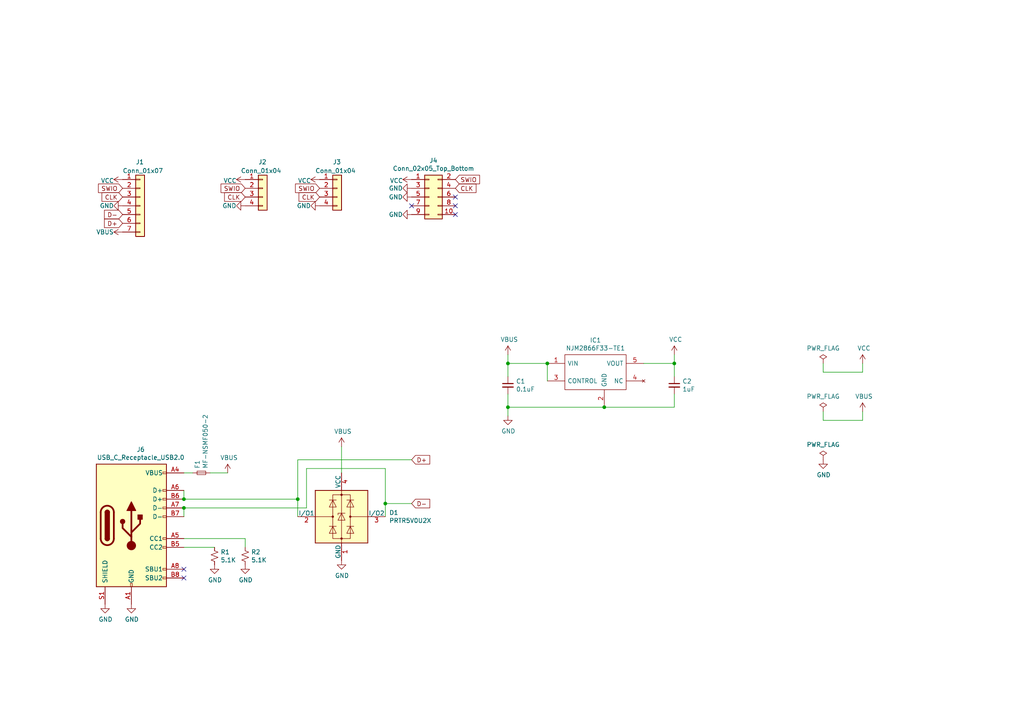
<source format=kicad_sch>
(kicad_sch (version 20211123) (generator eeschema)

  (uuid 2e38aa80-1c55-43cc-a3b1-148ae4814910)

  (paper "A4")

  (lib_symbols
    (symbol "Connector_Generic:Conn_01x04" (pin_names (offset 1.016) hide) (in_bom yes) (on_board yes)
      (property "Reference" "J" (id 0) (at 0 5.08 0)
        (effects (font (size 1.27 1.27)))
      )
      (property "Value" "Conn_01x04" (id 1) (at 0 -7.62 0)
        (effects (font (size 1.27 1.27)))
      )
      (property "Footprint" "" (id 2) (at 0 0 0)
        (effects (font (size 1.27 1.27)) hide)
      )
      (property "Datasheet" "~" (id 3) (at 0 0 0)
        (effects (font (size 1.27 1.27)) hide)
      )
      (property "ki_keywords" "connector" (id 4) (at 0 0 0)
        (effects (font (size 1.27 1.27)) hide)
      )
      (property "ki_description" "Generic connector, single row, 01x04, script generated (kicad-library-utils/schlib/autogen/connector/)" (id 5) (at 0 0 0)
        (effects (font (size 1.27 1.27)) hide)
      )
      (property "ki_fp_filters" "Connector*:*_1x??_*" (id 6) (at 0 0 0)
        (effects (font (size 1.27 1.27)) hide)
      )
      (symbol "Conn_01x04_1_1"
        (rectangle (start -1.27 -4.953) (end 0 -5.207)
          (stroke (width 0.1524) (type default) (color 0 0 0 0))
          (fill (type none))
        )
        (rectangle (start -1.27 -2.413) (end 0 -2.667)
          (stroke (width 0.1524) (type default) (color 0 0 0 0))
          (fill (type none))
        )
        (rectangle (start -1.27 0.127) (end 0 -0.127)
          (stroke (width 0.1524) (type default) (color 0 0 0 0))
          (fill (type none))
        )
        (rectangle (start -1.27 2.667) (end 0 2.413)
          (stroke (width 0.1524) (type default) (color 0 0 0 0))
          (fill (type none))
        )
        (rectangle (start -1.27 3.81) (end 1.27 -6.35)
          (stroke (width 0.254) (type default) (color 0 0 0 0))
          (fill (type background))
        )
        (pin passive line (at -5.08 2.54 0) (length 3.81)
          (name "Pin_1" (effects (font (size 1.27 1.27))))
          (number "1" (effects (font (size 1.27 1.27))))
        )
        (pin passive line (at -5.08 0 0) (length 3.81)
          (name "Pin_2" (effects (font (size 1.27 1.27))))
          (number "2" (effects (font (size 1.27 1.27))))
        )
        (pin passive line (at -5.08 -2.54 0) (length 3.81)
          (name "Pin_3" (effects (font (size 1.27 1.27))))
          (number "3" (effects (font (size 1.27 1.27))))
        )
        (pin passive line (at -5.08 -5.08 0) (length 3.81)
          (name "Pin_4" (effects (font (size 1.27 1.27))))
          (number "4" (effects (font (size 1.27 1.27))))
        )
      )
    )
    (symbol "Connector_Generic:Conn_01x07" (pin_names (offset 1.016) hide) (in_bom yes) (on_board yes)
      (property "Reference" "J" (id 0) (at 0 10.16 0)
        (effects (font (size 1.27 1.27)))
      )
      (property "Value" "Conn_01x07" (id 1) (at 0 -10.16 0)
        (effects (font (size 1.27 1.27)))
      )
      (property "Footprint" "" (id 2) (at 0 0 0)
        (effects (font (size 1.27 1.27)) hide)
      )
      (property "Datasheet" "~" (id 3) (at 0 0 0)
        (effects (font (size 1.27 1.27)) hide)
      )
      (property "ki_keywords" "connector" (id 4) (at 0 0 0)
        (effects (font (size 1.27 1.27)) hide)
      )
      (property "ki_description" "Generic connector, single row, 01x07, script generated (kicad-library-utils/schlib/autogen/connector/)" (id 5) (at 0 0 0)
        (effects (font (size 1.27 1.27)) hide)
      )
      (property "ki_fp_filters" "Connector*:*_1x??_*" (id 6) (at 0 0 0)
        (effects (font (size 1.27 1.27)) hide)
      )
      (symbol "Conn_01x07_1_1"
        (rectangle (start -1.27 -7.493) (end 0 -7.747)
          (stroke (width 0.1524) (type default) (color 0 0 0 0))
          (fill (type none))
        )
        (rectangle (start -1.27 -4.953) (end 0 -5.207)
          (stroke (width 0.1524) (type default) (color 0 0 0 0))
          (fill (type none))
        )
        (rectangle (start -1.27 -2.413) (end 0 -2.667)
          (stroke (width 0.1524) (type default) (color 0 0 0 0))
          (fill (type none))
        )
        (rectangle (start -1.27 0.127) (end 0 -0.127)
          (stroke (width 0.1524) (type default) (color 0 0 0 0))
          (fill (type none))
        )
        (rectangle (start -1.27 2.667) (end 0 2.413)
          (stroke (width 0.1524) (type default) (color 0 0 0 0))
          (fill (type none))
        )
        (rectangle (start -1.27 5.207) (end 0 4.953)
          (stroke (width 0.1524) (type default) (color 0 0 0 0))
          (fill (type none))
        )
        (rectangle (start -1.27 7.747) (end 0 7.493)
          (stroke (width 0.1524) (type default) (color 0 0 0 0))
          (fill (type none))
        )
        (rectangle (start -1.27 8.89) (end 1.27 -8.89)
          (stroke (width 0.254) (type default) (color 0 0 0 0))
          (fill (type background))
        )
        (pin passive line (at -5.08 7.62 0) (length 3.81)
          (name "Pin_1" (effects (font (size 1.27 1.27))))
          (number "1" (effects (font (size 1.27 1.27))))
        )
        (pin passive line (at -5.08 5.08 0) (length 3.81)
          (name "Pin_2" (effects (font (size 1.27 1.27))))
          (number "2" (effects (font (size 1.27 1.27))))
        )
        (pin passive line (at -5.08 2.54 0) (length 3.81)
          (name "Pin_3" (effects (font (size 1.27 1.27))))
          (number "3" (effects (font (size 1.27 1.27))))
        )
        (pin passive line (at -5.08 0 0) (length 3.81)
          (name "Pin_4" (effects (font (size 1.27 1.27))))
          (number "4" (effects (font (size 1.27 1.27))))
        )
        (pin passive line (at -5.08 -2.54 0) (length 3.81)
          (name "Pin_5" (effects (font (size 1.27 1.27))))
          (number "5" (effects (font (size 1.27 1.27))))
        )
        (pin passive line (at -5.08 -5.08 0) (length 3.81)
          (name "Pin_6" (effects (font (size 1.27 1.27))))
          (number "6" (effects (font (size 1.27 1.27))))
        )
        (pin passive line (at -5.08 -7.62 0) (length 3.81)
          (name "Pin_7" (effects (font (size 1.27 1.27))))
          (number "7" (effects (font (size 1.27 1.27))))
        )
      )
    )
    (symbol "Connector_Generic:Conn_02x05_Odd_Even" (pin_names (offset 1.016) hide) (in_bom yes) (on_board yes)
      (property "Reference" "J" (id 0) (at 1.27 7.62 0)
        (effects (font (size 1.27 1.27)))
      )
      (property "Value" "Conn_02x05_Odd_Even" (id 1) (at 1.27 -7.62 0)
        (effects (font (size 1.27 1.27)))
      )
      (property "Footprint" "" (id 2) (at 0 0 0)
        (effects (font (size 1.27 1.27)) hide)
      )
      (property "Datasheet" "~" (id 3) (at 0 0 0)
        (effects (font (size 1.27 1.27)) hide)
      )
      (property "ki_keywords" "connector" (id 4) (at 0 0 0)
        (effects (font (size 1.27 1.27)) hide)
      )
      (property "ki_description" "Generic connector, double row, 02x05, odd/even pin numbering scheme (row 1 odd numbers, row 2 even numbers), script generated (kicad-library-utils/schlib/autogen/connector/)" (id 5) (at 0 0 0)
        (effects (font (size 1.27 1.27)) hide)
      )
      (property "ki_fp_filters" "Connector*:*_2x??_*" (id 6) (at 0 0 0)
        (effects (font (size 1.27 1.27)) hide)
      )
      (symbol "Conn_02x05_Odd_Even_1_1"
        (rectangle (start -1.27 -4.953) (end 0 -5.207)
          (stroke (width 0.1524) (type default) (color 0 0 0 0))
          (fill (type none))
        )
        (rectangle (start -1.27 -2.413) (end 0 -2.667)
          (stroke (width 0.1524) (type default) (color 0 0 0 0))
          (fill (type none))
        )
        (rectangle (start -1.27 0.127) (end 0 -0.127)
          (stroke (width 0.1524) (type default) (color 0 0 0 0))
          (fill (type none))
        )
        (rectangle (start -1.27 2.667) (end 0 2.413)
          (stroke (width 0.1524) (type default) (color 0 0 0 0))
          (fill (type none))
        )
        (rectangle (start -1.27 5.207) (end 0 4.953)
          (stroke (width 0.1524) (type default) (color 0 0 0 0))
          (fill (type none))
        )
        (rectangle (start -1.27 6.35) (end 3.81 -6.35)
          (stroke (width 0.254) (type default) (color 0 0 0 0))
          (fill (type background))
        )
        (rectangle (start 3.81 -4.953) (end 2.54 -5.207)
          (stroke (width 0.1524) (type default) (color 0 0 0 0))
          (fill (type none))
        )
        (rectangle (start 3.81 -2.413) (end 2.54 -2.667)
          (stroke (width 0.1524) (type default) (color 0 0 0 0))
          (fill (type none))
        )
        (rectangle (start 3.81 0.127) (end 2.54 -0.127)
          (stroke (width 0.1524) (type default) (color 0 0 0 0))
          (fill (type none))
        )
        (rectangle (start 3.81 2.667) (end 2.54 2.413)
          (stroke (width 0.1524) (type default) (color 0 0 0 0))
          (fill (type none))
        )
        (rectangle (start 3.81 5.207) (end 2.54 4.953)
          (stroke (width 0.1524) (type default) (color 0 0 0 0))
          (fill (type none))
        )
        (pin passive line (at -5.08 5.08 0) (length 3.81)
          (name "Pin_1" (effects (font (size 1.27 1.27))))
          (number "1" (effects (font (size 1.27 1.27))))
        )
        (pin passive line (at 7.62 -5.08 180) (length 3.81)
          (name "Pin_10" (effects (font (size 1.27 1.27))))
          (number "10" (effects (font (size 1.27 1.27))))
        )
        (pin passive line (at 7.62 5.08 180) (length 3.81)
          (name "Pin_2" (effects (font (size 1.27 1.27))))
          (number "2" (effects (font (size 1.27 1.27))))
        )
        (pin passive line (at -5.08 2.54 0) (length 3.81)
          (name "Pin_3" (effects (font (size 1.27 1.27))))
          (number "3" (effects (font (size 1.27 1.27))))
        )
        (pin passive line (at 7.62 2.54 180) (length 3.81)
          (name "Pin_4" (effects (font (size 1.27 1.27))))
          (number "4" (effects (font (size 1.27 1.27))))
        )
        (pin passive line (at -5.08 0 0) (length 3.81)
          (name "Pin_5" (effects (font (size 1.27 1.27))))
          (number "5" (effects (font (size 1.27 1.27))))
        )
        (pin passive line (at 7.62 0 180) (length 3.81)
          (name "Pin_6" (effects (font (size 1.27 1.27))))
          (number "6" (effects (font (size 1.27 1.27))))
        )
        (pin passive line (at -5.08 -2.54 0) (length 3.81)
          (name "Pin_7" (effects (font (size 1.27 1.27))))
          (number "7" (effects (font (size 1.27 1.27))))
        )
        (pin passive line (at 7.62 -2.54 180) (length 3.81)
          (name "Pin_8" (effects (font (size 1.27 1.27))))
          (number "8" (effects (font (size 1.27 1.27))))
        )
        (pin passive line (at -5.08 -5.08 0) (length 3.81)
          (name "Pin_9" (effects (font (size 1.27 1.27))))
          (number "9" (effects (font (size 1.27 1.27))))
        )
      )
    )
    (symbol "Device:C_Small" (pin_numbers hide) (pin_names (offset 0.254) hide) (in_bom yes) (on_board yes)
      (property "Reference" "C" (id 0) (at 0.254 1.778 0)
        (effects (font (size 1.27 1.27)) (justify left))
      )
      (property "Value" "C_Small" (id 1) (at 0.254 -2.032 0)
        (effects (font (size 1.27 1.27)) (justify left))
      )
      (property "Footprint" "" (id 2) (at 0 0 0)
        (effects (font (size 1.27 1.27)) hide)
      )
      (property "Datasheet" "~" (id 3) (at 0 0 0)
        (effects (font (size 1.27 1.27)) hide)
      )
      (property "ki_keywords" "capacitor cap" (id 4) (at 0 0 0)
        (effects (font (size 1.27 1.27)) hide)
      )
      (property "ki_description" "Unpolarized capacitor, small symbol" (id 5) (at 0 0 0)
        (effects (font (size 1.27 1.27)) hide)
      )
      (property "ki_fp_filters" "C_*" (id 6) (at 0 0 0)
        (effects (font (size 1.27 1.27)) hide)
      )
      (symbol "C_Small_0_1"
        (polyline
          (pts
            (xy -1.524 -0.508)
            (xy 1.524 -0.508)
          )
          (stroke (width 0.3302) (type default) (color 0 0 0 0))
          (fill (type none))
        )
        (polyline
          (pts
            (xy -1.524 0.508)
            (xy 1.524 0.508)
          )
          (stroke (width 0.3048) (type default) (color 0 0 0 0))
          (fill (type none))
        )
      )
      (symbol "C_Small_1_1"
        (pin passive line (at 0 2.54 270) (length 2.032)
          (name "~" (effects (font (size 1.27 1.27))))
          (number "1" (effects (font (size 1.27 1.27))))
        )
        (pin passive line (at 0 -2.54 90) (length 2.032)
          (name "~" (effects (font (size 1.27 1.27))))
          (number "2" (effects (font (size 1.27 1.27))))
        )
      )
    )
    (symbol "Device:Fuse_Small" (pin_numbers hide) (pin_names (offset 0.254) hide) (in_bom yes) (on_board yes)
      (property "Reference" "F" (id 0) (at 0 -1.524 0)
        (effects (font (size 1.27 1.27)))
      )
      (property "Value" "Fuse_Small" (id 1) (at 0 1.524 0)
        (effects (font (size 1.27 1.27)))
      )
      (property "Footprint" "" (id 2) (at 0 0 0)
        (effects (font (size 1.27 1.27)) hide)
      )
      (property "Datasheet" "~" (id 3) (at 0 0 0)
        (effects (font (size 1.27 1.27)) hide)
      )
      (property "ki_keywords" "fuse" (id 4) (at 0 0 0)
        (effects (font (size 1.27 1.27)) hide)
      )
      (property "ki_description" "Fuse, small symbol" (id 5) (at 0 0 0)
        (effects (font (size 1.27 1.27)) hide)
      )
      (property "ki_fp_filters" "SM*" (id 6) (at 0 0 0)
        (effects (font (size 1.27 1.27)) hide)
      )
      (symbol "Fuse_Small_0_1"
        (rectangle (start -1.27 0.508) (end 1.27 -0.508)
          (stroke (width 0) (type default) (color 0 0 0 0))
          (fill (type none))
        )
        (polyline
          (pts
            (xy -1.27 0)
            (xy 1.27 0)
          )
          (stroke (width 0) (type default) (color 0 0 0 0))
          (fill (type none))
        )
      )
      (symbol "Fuse_Small_1_1"
        (pin passive line (at -2.54 0 0) (length 1.27)
          (name "~" (effects (font (size 1.27 1.27))))
          (number "1" (effects (font (size 1.27 1.27))))
        )
        (pin passive line (at 2.54 0 180) (length 1.27)
          (name "~" (effects (font (size 1.27 1.27))))
          (number "2" (effects (font (size 1.27 1.27))))
        )
      )
    )
    (symbol "Device:R_Small_US" (pin_numbers hide) (pin_names (offset 0.254) hide) (in_bom yes) (on_board yes)
      (property "Reference" "R" (id 0) (at 0.762 0.508 0)
        (effects (font (size 1.27 1.27)) (justify left))
      )
      (property "Value" "R_Small_US" (id 1) (at 0.762 -1.016 0)
        (effects (font (size 1.27 1.27)) (justify left))
      )
      (property "Footprint" "" (id 2) (at 0 0 0)
        (effects (font (size 1.27 1.27)) hide)
      )
      (property "Datasheet" "~" (id 3) (at 0 0 0)
        (effects (font (size 1.27 1.27)) hide)
      )
      (property "ki_keywords" "r resistor" (id 4) (at 0 0 0)
        (effects (font (size 1.27 1.27)) hide)
      )
      (property "ki_description" "Resistor, small US symbol" (id 5) (at 0 0 0)
        (effects (font (size 1.27 1.27)) hide)
      )
      (property "ki_fp_filters" "R_*" (id 6) (at 0 0 0)
        (effects (font (size 1.27 1.27)) hide)
      )
      (symbol "R_Small_US_1_1"
        (polyline
          (pts
            (xy 0 0)
            (xy 1.016 -0.381)
            (xy 0 -0.762)
            (xy -1.016 -1.143)
            (xy 0 -1.524)
          )
          (stroke (width 0) (type default) (color 0 0 0 0))
          (fill (type none))
        )
        (polyline
          (pts
            (xy 0 1.524)
            (xy 1.016 1.143)
            (xy 0 0.762)
            (xy -1.016 0.381)
            (xy 0 0)
          )
          (stroke (width 0) (type default) (color 0 0 0 0))
          (fill (type none))
        )
        (pin passive line (at 0 2.54 270) (length 1.016)
          (name "~" (effects (font (size 1.27 1.27))))
          (number "1" (effects (font (size 1.27 1.27))))
        )
        (pin passive line (at 0 -2.54 90) (length 1.016)
          (name "~" (effects (font (size 1.27 1.27))))
          (number "2" (effects (font (size 1.27 1.27))))
        )
      )
    )
    (symbol "Power_Protection:PRTR5V0U2X" (pin_names (offset 0)) (in_bom yes) (on_board yes)
      (property "Reference" "D" (id 0) (at 2.794 8.636 0)
        (effects (font (size 1.27 1.27)))
      )
      (property "Value" "PRTR5V0U2X" (id 1) (at 8.128 -9.398 0)
        (effects (font (size 1.27 1.27)))
      )
      (property "Footprint" "Package_TO_SOT_SMD:SOT-143" (id 2) (at 1.524 0 0)
        (effects (font (size 1.27 1.27)) hide)
      )
      (property "Datasheet" "https://assets.nexperia.com/documents/data-sheet/PRTR5V0U2X.pdf" (id 3) (at 1.524 0 0)
        (effects (font (size 1.27 1.27)) hide)
      )
      (property "ki_keywords" "ESD protection diode" (id 4) (at 0 0 0)
        (effects (font (size 1.27 1.27)) hide)
      )
      (property "ki_description" "Ultra low capacitance double rail-to-rail ESD protection diode, SOT-143" (id 5) (at 0 0 0)
        (effects (font (size 1.27 1.27)) hide)
      )
      (property "ki_fp_filters" "SOT?143*" (id 6) (at 0 0 0)
        (effects (font (size 1.27 1.27)) hide)
      )
      (symbol "PRTR5V0U2X_0_1"
        (rectangle (start -7.62 -7.62) (end 7.62 7.62)
          (stroke (width 0.254) (type default) (color 0 0 0 0))
          (fill (type background))
        )
        (circle (center -2.54 0) (radius 0.254)
          (stroke (width 0) (type default) (color 0 0 0 0))
          (fill (type outline))
        )
        (rectangle (start -2.54 6.35) (end 2.54 -6.35)
          (stroke (width 0) (type default) (color 0 0 0 0))
          (fill (type none))
        )
        (circle (center 0 -6.35) (radius 0.254)
          (stroke (width 0) (type default) (color 0 0 0 0))
          (fill (type outline))
        )
        (polyline
          (pts
            (xy -2.54 0)
            (xy -7.62 0)
          )
          (stroke (width 0) (type default) (color 0 0 0 0))
          (fill (type none))
        )
        (polyline
          (pts
            (xy -1.524 -2.794)
            (xy -3.556 -2.794)
          )
          (stroke (width 0) (type default) (color 0 0 0 0))
          (fill (type none))
        )
        (polyline
          (pts
            (xy -1.524 4.826)
            (xy -3.556 4.826)
          )
          (stroke (width 0) (type default) (color 0 0 0 0))
          (fill (type none))
        )
        (polyline
          (pts
            (xy 0 -7.62)
            (xy 0 7.62)
          )
          (stroke (width 0) (type default) (color 0 0 0 0))
          (fill (type none))
        )
        (polyline
          (pts
            (xy 1.524 -2.794)
            (xy 3.556 -2.794)
          )
          (stroke (width 0) (type default) (color 0 0 0 0))
          (fill (type none))
        )
        (polyline
          (pts
            (xy 1.524 4.826)
            (xy 3.556 4.826)
          )
          (stroke (width 0) (type default) (color 0 0 0 0))
          (fill (type none))
        )
        (polyline
          (pts
            (xy 2.54 0)
            (xy 7.62 0)
          )
          (stroke (width 0) (type default) (color 0 0 0 0))
          (fill (type none))
        )
        (polyline
          (pts
            (xy 1.016 1.016)
            (xy -1.016 1.016)
            (xy -1.016 0.508)
          )
          (stroke (width 0) (type default) (color 0 0 0 0))
          (fill (type none))
        )
        (polyline
          (pts
            (xy -3.556 -4.826)
            (xy -1.524 -4.826)
            (xy -2.54 -2.794)
            (xy -3.556 -4.826)
          )
          (stroke (width 0) (type default) (color 0 0 0 0))
          (fill (type none))
        )
        (polyline
          (pts
            (xy -3.556 2.794)
            (xy -1.524 2.794)
            (xy -2.54 4.826)
            (xy -3.556 2.794)
          )
          (stroke (width 0) (type default) (color 0 0 0 0))
          (fill (type none))
        )
        (polyline
          (pts
            (xy -1.016 -1.016)
            (xy 1.016 -1.016)
            (xy 0 1.016)
            (xy -1.016 -1.016)
          )
          (stroke (width 0) (type default) (color 0 0 0 0))
          (fill (type none))
        )
        (polyline
          (pts
            (xy 3.556 -4.826)
            (xy 1.524 -4.826)
            (xy 2.54 -2.794)
            (xy 3.556 -4.826)
          )
          (stroke (width 0) (type default) (color 0 0 0 0))
          (fill (type none))
        )
        (polyline
          (pts
            (xy 3.556 2.794)
            (xy 1.524 2.794)
            (xy 2.54 4.826)
            (xy 3.556 2.794)
          )
          (stroke (width 0) (type default) (color 0 0 0 0))
          (fill (type none))
        )
        (circle (center 0 6.35) (radius 0.254)
          (stroke (width 0) (type default) (color 0 0 0 0))
          (fill (type outline))
        )
        (circle (center 2.54 0) (radius 0.254)
          (stroke (width 0) (type default) (color 0 0 0 0))
          (fill (type outline))
        )
      )
      (symbol "PRTR5V0U2X_1_1"
        (pin passive line (at 0 -12.7 90) (length 5.08)
          (name "GND" (effects (font (size 1.27 1.27))))
          (number "1" (effects (font (size 1.27 1.27))))
        )
        (pin passive line (at -12.7 0 0) (length 5.08)
          (name "I/O1" (effects (font (size 1.27 1.27))))
          (number "2" (effects (font (size 1.27 1.27))))
        )
        (pin passive line (at 12.7 0 180) (length 5.08)
          (name "I/O2" (effects (font (size 1.27 1.27))))
          (number "3" (effects (font (size 1.27 1.27))))
        )
        (pin passive line (at 0 12.7 270) (length 5.08)
          (name "VCC" (effects (font (size 1.27 1.27))))
          (number "4" (effects (font (size 1.27 1.27))))
        )
      )
    )
    (symbol "mucon_writer-rescue:NJM2866F33-TE1-SamacSys_Parts" (pin_names (offset 0.762)) (in_bom yes) (on_board yes)
      (property "Reference" "IC" (id 0) (at 29.21 7.62 0)
        (effects (font (size 1.27 1.27)) (justify left))
      )
      (property "Value" "NJM2866F33-TE1-SamacSys_Parts" (id 1) (at 29.21 5.08 0)
        (effects (font (size 1.27 1.27)) (justify left))
      )
      (property "Footprint" "SOT95P280X130-5N" (id 2) (at 29.21 2.54 0)
        (effects (font (size 1.27 1.27)) (justify left) hide)
      )
      (property "Datasheet" "https://www.njr.com/semicon/PDF/NJM2865_NJM2866_E.pdf" (id 3) (at 29.21 0 0)
        (effects (font (size 1.27 1.27)) (justify left) hide)
      )
      (property "Description" "LDO Voltage Regulators Low Dropout Volt Regulator" (id 4) (at 29.21 -2.54 0)
        (effects (font (size 1.27 1.27)) (justify left) hide)
      )
      (property "Height" "1.3" (id 5) (at 29.21 -5.08 0)
        (effects (font (size 1.27 1.27)) (justify left) hide)
      )
      (property "Manufacturer_Name" "New Japan Radio" (id 6) (at 29.21 -12.7 0)
        (effects (font (size 1.27 1.27)) (justify left) hide)
      )
      (property "Manufacturer_Part_Number" "NJM2866F33-TE1" (id 7) (at 29.21 -15.24 0)
        (effects (font (size 1.27 1.27)) (justify left) hide)
      )
      (symbol "NJM2866F33-TE1-SamacSys_Parts_0_0"
        (pin passive line (at 0 0 0) (length 5.08)
          (name "VIN" (effects (font (size 1.27 1.27))))
          (number "1" (effects (font (size 1.27 1.27))))
        )
        (pin passive line (at 16.51 -12.7 90) (length 5.08)
          (name "GND" (effects (font (size 1.27 1.27))))
          (number "2" (effects (font (size 1.27 1.27))))
        )
        (pin passive line (at 0 -5.08 0) (length 5.08)
          (name "CONTROL" (effects (font (size 1.27 1.27))))
          (number "3" (effects (font (size 1.27 1.27))))
        )
        (pin no_connect line (at 27.94 -5.08 180) (length 5.08)
          (name "NC" (effects (font (size 1.27 1.27))))
          (number "4" (effects (font (size 1.27 1.27))))
        )
        (pin passive line (at 27.94 0 180) (length 5.08)
          (name "VOUT" (effects (font (size 1.27 1.27))))
          (number "5" (effects (font (size 1.27 1.27))))
        )
      )
      (symbol "NJM2866F33-TE1-SamacSys_Parts_0_1"
        (rectangle (start 22.86 -7.62) (end 5.08 2.54)
          (stroke (width 0) (type default) (color 0 0 0 0))
          (fill (type none))
        )
      )
    )
    (symbol "mucon_writer-rescue:USB_C_Receptacle_USB2.0-MyLib" (pin_names (offset 1.016)) (in_bom yes) (on_board yes)
      (property "Reference" "J" (id 0) (at -10.16 19.05 0)
        (effects (font (size 1.27 1.27)) (justify left))
      )
      (property "Value" "USB_C_Receptacle_USB2.0-MyLib" (id 1) (at 19.05 19.05 0)
        (effects (font (size 1.27 1.27)) (justify right))
      )
      (property "Footprint" "" (id 2) (at 3.81 0 0)
        (effects (font (size 1.27 1.27)) hide)
      )
      (property "Datasheet" "" (id 3) (at 3.81 0 0)
        (effects (font (size 1.27 1.27)) hide)
      )
      (property "ki_fp_filters" "USB*C*Receptacle*" (id 4) (at 0 0 0)
        (effects (font (size 1.27 1.27)) hide)
      )
      (symbol "USB_C_Receptacle_USB2.0-MyLib_0_0"
        (rectangle (start -0.254 -17.78) (end 0.254 -16.764)
          (stroke (width 0) (type default) (color 0 0 0 0))
          (fill (type none))
        )
        (rectangle (start 10.16 -14.986) (end 9.144 -15.494)
          (stroke (width 0) (type default) (color 0 0 0 0))
          (fill (type none))
        )
        (rectangle (start 10.16 -12.446) (end 9.144 -12.954)
          (stroke (width 0) (type default) (color 0 0 0 0))
          (fill (type none))
        )
        (rectangle (start 10.16 -6.096) (end 9.144 -6.604)
          (stroke (width 0) (type default) (color 0 0 0 0))
          (fill (type none))
        )
        (rectangle (start 10.16 -3.556) (end 9.144 -4.064)
          (stroke (width 0) (type default) (color 0 0 0 0))
          (fill (type none))
        )
        (rectangle (start 10.16 2.794) (end 9.144 2.286)
          (stroke (width 0) (type default) (color 0 0 0 0))
          (fill (type none))
        )
        (rectangle (start 10.16 5.334) (end 9.144 4.826)
          (stroke (width 0) (type default) (color 0 0 0 0))
          (fill (type none))
        )
        (rectangle (start 10.16 7.874) (end 9.144 7.366)
          (stroke (width 0) (type default) (color 0 0 0 0))
          (fill (type none))
        )
        (rectangle (start 10.16 10.414) (end 9.144 9.906)
          (stroke (width 0) (type default) (color 0 0 0 0))
          (fill (type none))
        )
        (rectangle (start 10.16 15.494) (end 9.144 14.986)
          (stroke (width 0) (type default) (color 0 0 0 0))
          (fill (type none))
        )
      )
      (symbol "USB_C_Receptacle_USB2.0-MyLib_0_1"
        (rectangle (start -10.16 17.78) (end 10.16 -17.78)
          (stroke (width 0.254) (type default) (color 0 0 0 0))
          (fill (type background))
        )
        (arc (start -8.89 -3.81) (mid -6.985 -5.715) (end -5.08 -3.81)
          (stroke (width 0.508) (type default) (color 0 0 0 0))
          (fill (type none))
        )
        (arc (start -7.62 -3.81) (mid -6.985 -4.445) (end -6.35 -3.81)
          (stroke (width 0.254) (type default) (color 0 0 0 0))
          (fill (type none))
        )
        (arc (start -7.62 -3.81) (mid -6.985 -4.445) (end -6.35 -3.81)
          (stroke (width 0.254) (type default) (color 0 0 0 0))
          (fill (type outline))
        )
        (rectangle (start -7.62 -3.81) (end -6.35 3.81)
          (stroke (width 0.254) (type default) (color 0 0 0 0))
          (fill (type outline))
        )
        (arc (start -6.35 3.81) (mid -6.985 4.445) (end -7.62 3.81)
          (stroke (width 0.254) (type default) (color 0 0 0 0))
          (fill (type none))
        )
        (arc (start -6.35 3.81) (mid -6.985 4.445) (end -7.62 3.81)
          (stroke (width 0.254) (type default) (color 0 0 0 0))
          (fill (type outline))
        )
        (arc (start -5.08 3.81) (mid -6.985 5.715) (end -8.89 3.81)
          (stroke (width 0.508) (type default) (color 0 0 0 0))
          (fill (type none))
        )
        (circle (center -2.54 1.143) (radius 0.635)
          (stroke (width 0.254) (type default) (color 0 0 0 0))
          (fill (type outline))
        )
        (circle (center 0 -5.842) (radius 1.27)
          (stroke (width 0) (type default) (color 0 0 0 0))
          (fill (type outline))
        )
        (polyline
          (pts
            (xy -8.89 -3.81)
            (xy -8.89 3.81)
          )
          (stroke (width 0.508) (type default) (color 0 0 0 0))
          (fill (type none))
        )
        (polyline
          (pts
            (xy -5.08 3.81)
            (xy -5.08 -3.81)
          )
          (stroke (width 0.508) (type default) (color 0 0 0 0))
          (fill (type none))
        )
        (polyline
          (pts
            (xy 0 -5.842)
            (xy 0 4.318)
          )
          (stroke (width 0.508) (type default) (color 0 0 0 0))
          (fill (type none))
        )
        (polyline
          (pts
            (xy 0 -3.302)
            (xy -2.54 -0.762)
            (xy -2.54 0.508)
          )
          (stroke (width 0.508) (type default) (color 0 0 0 0))
          (fill (type none))
        )
        (polyline
          (pts
            (xy 0 -2.032)
            (xy 2.54 0.508)
            (xy 2.54 1.778)
          )
          (stroke (width 0.508) (type default) (color 0 0 0 0))
          (fill (type none))
        )
        (polyline
          (pts
            (xy -1.27 4.318)
            (xy 0 6.858)
            (xy 1.27 4.318)
            (xy -1.27 4.318)
          )
          (stroke (width 0.254) (type default) (color 0 0 0 0))
          (fill (type outline))
        )
        (rectangle (start 1.905 1.778) (end 3.175 3.048)
          (stroke (width 0.254) (type default) (color 0 0 0 0))
          (fill (type outline))
        )
      )
      (symbol "USB_C_Receptacle_USB2.0-MyLib_1_1"
        (pin passive line (at 0 -22.86 90) (length 5.08)
          (name "GND" (effects (font (size 1.27 1.27))))
          (number "A1" (effects (font (size 1.27 1.27))))
        )
        (pin passive line (at 0 -22.86 90) (length 5.08) hide
          (name "GND" (effects (font (size 1.27 1.27))))
          (number "A12" (effects (font (size 1.27 1.27))))
        )
        (pin passive line (at 15.24 15.24 180) (length 5.08)
          (name "VBUS" (effects (font (size 1.27 1.27))))
          (number "A4" (effects (font (size 1.27 1.27))))
        )
        (pin bidirectional line (at 15.24 -3.81 180) (length 5.08)
          (name "CC1" (effects (font (size 1.27 1.27))))
          (number "A5" (effects (font (size 1.27 1.27))))
        )
        (pin bidirectional line (at 15.24 10.16 180) (length 5.08)
          (name "D+" (effects (font (size 1.27 1.27))))
          (number "A6" (effects (font (size 1.27 1.27))))
        )
        (pin bidirectional line (at 15.24 5.08 180) (length 5.08)
          (name "D-" (effects (font (size 1.27 1.27))))
          (number "A7" (effects (font (size 1.27 1.27))))
        )
        (pin bidirectional line (at 15.24 -12.7 180) (length 5.08)
          (name "SBU1" (effects (font (size 1.27 1.27))))
          (number "A8" (effects (font (size 1.27 1.27))))
        )
        (pin passive line (at 15.24 15.24 180) (length 5.08) hide
          (name "VBUS" (effects (font (size 1.27 1.27))))
          (number "A9" (effects (font (size 1.27 1.27))))
        )
        (pin passive line (at 0 -22.86 90) (length 5.08) hide
          (name "GND" (effects (font (size 1.27 1.27))))
          (number "B1" (effects (font (size 1.27 1.27))))
        )
        (pin passive line (at 0 -22.86 90) (length 5.08) hide
          (name "GND" (effects (font (size 1.27 1.27))))
          (number "B12" (effects (font (size 1.27 1.27))))
        )
        (pin passive line (at 15.24 15.24 180) (length 5.08) hide
          (name "VBUS" (effects (font (size 1.27 1.27))))
          (number "B4" (effects (font (size 1.27 1.27))))
        )
        (pin bidirectional line (at 15.24 -6.35 180) (length 5.08)
          (name "CC2" (effects (font (size 1.27 1.27))))
          (number "B5" (effects (font (size 1.27 1.27))))
        )
        (pin bidirectional line (at 15.24 7.62 180) (length 5.08)
          (name "D+" (effects (font (size 1.27 1.27))))
          (number "B6" (effects (font (size 1.27 1.27))))
        )
        (pin bidirectional line (at 15.24 2.54 180) (length 5.08)
          (name "D-" (effects (font (size 1.27 1.27))))
          (number "B7" (effects (font (size 1.27 1.27))))
        )
        (pin bidirectional line (at 15.24 -15.24 180) (length 5.08)
          (name "SBU2" (effects (font (size 1.27 1.27))))
          (number "B8" (effects (font (size 1.27 1.27))))
        )
        (pin passive line (at 15.24 15.24 180) (length 5.08) hide
          (name "VBUS" (effects (font (size 1.27 1.27))))
          (number "B9" (effects (font (size 1.27 1.27))))
        )
        (pin passive line (at -7.62 -22.86 90) (length 5.08)
          (name "SHIELD" (effects (font (size 1.27 1.27))))
          (number "S1" (effects (font (size 1.27 1.27))))
        )
      )
    )
    (symbol "power:GND" (power) (pin_names (offset 0)) (in_bom yes) (on_board yes)
      (property "Reference" "#PWR" (id 0) (at 0 -6.35 0)
        (effects (font (size 1.27 1.27)) hide)
      )
      (property "Value" "GND" (id 1) (at 0 -3.81 0)
        (effects (font (size 1.27 1.27)))
      )
      (property "Footprint" "" (id 2) (at 0 0 0)
        (effects (font (size 1.27 1.27)) hide)
      )
      (property "Datasheet" "" (id 3) (at 0 0 0)
        (effects (font (size 1.27 1.27)) hide)
      )
      (property "ki_keywords" "power-flag" (id 4) (at 0 0 0)
        (effects (font (size 1.27 1.27)) hide)
      )
      (property "ki_description" "Power symbol creates a global label with name \"GND\" , ground" (id 5) (at 0 0 0)
        (effects (font (size 1.27 1.27)) hide)
      )
      (symbol "GND_0_1"
        (polyline
          (pts
            (xy 0 0)
            (xy 0 -1.27)
            (xy 1.27 -1.27)
            (xy 0 -2.54)
            (xy -1.27 -1.27)
            (xy 0 -1.27)
          )
          (stroke (width 0) (type default) (color 0 0 0 0))
          (fill (type none))
        )
      )
      (symbol "GND_1_1"
        (pin power_in line (at 0 0 270) (length 0) hide
          (name "GND" (effects (font (size 1.27 1.27))))
          (number "1" (effects (font (size 1.27 1.27))))
        )
      )
    )
    (symbol "power:PWR_FLAG" (power) (pin_numbers hide) (pin_names (offset 0) hide) (in_bom yes) (on_board yes)
      (property "Reference" "#FLG" (id 0) (at 0 1.905 0)
        (effects (font (size 1.27 1.27)) hide)
      )
      (property "Value" "PWR_FLAG" (id 1) (at 0 3.81 0)
        (effects (font (size 1.27 1.27)))
      )
      (property "Footprint" "" (id 2) (at 0 0 0)
        (effects (font (size 1.27 1.27)) hide)
      )
      (property "Datasheet" "~" (id 3) (at 0 0 0)
        (effects (font (size 1.27 1.27)) hide)
      )
      (property "ki_keywords" "power-flag" (id 4) (at 0 0 0)
        (effects (font (size 1.27 1.27)) hide)
      )
      (property "ki_description" "Special symbol for telling ERC where power comes from" (id 5) (at 0 0 0)
        (effects (font (size 1.27 1.27)) hide)
      )
      (symbol "PWR_FLAG_0_0"
        (pin power_out line (at 0 0 90) (length 0)
          (name "pwr" (effects (font (size 1.27 1.27))))
          (number "1" (effects (font (size 1.27 1.27))))
        )
      )
      (symbol "PWR_FLAG_0_1"
        (polyline
          (pts
            (xy 0 0)
            (xy 0 1.27)
            (xy -1.016 1.905)
            (xy 0 2.54)
            (xy 1.016 1.905)
            (xy 0 1.27)
          )
          (stroke (width 0) (type default) (color 0 0 0 0))
          (fill (type none))
        )
      )
    )
    (symbol "power:VBUS" (power) (pin_names (offset 0)) (in_bom yes) (on_board yes)
      (property "Reference" "#PWR" (id 0) (at 0 -3.81 0)
        (effects (font (size 1.27 1.27)) hide)
      )
      (property "Value" "VBUS" (id 1) (at 0 3.81 0)
        (effects (font (size 1.27 1.27)))
      )
      (property "Footprint" "" (id 2) (at 0 0 0)
        (effects (font (size 1.27 1.27)) hide)
      )
      (property "Datasheet" "" (id 3) (at 0 0 0)
        (effects (font (size 1.27 1.27)) hide)
      )
      (property "ki_keywords" "power-flag" (id 4) (at 0 0 0)
        (effects (font (size 1.27 1.27)) hide)
      )
      (property "ki_description" "Power symbol creates a global label with name \"VBUS\"" (id 5) (at 0 0 0)
        (effects (font (size 1.27 1.27)) hide)
      )
      (symbol "VBUS_0_1"
        (polyline
          (pts
            (xy -0.762 1.27)
            (xy 0 2.54)
          )
          (stroke (width 0) (type default) (color 0 0 0 0))
          (fill (type none))
        )
        (polyline
          (pts
            (xy 0 0)
            (xy 0 2.54)
          )
          (stroke (width 0) (type default) (color 0 0 0 0))
          (fill (type none))
        )
        (polyline
          (pts
            (xy 0 2.54)
            (xy 0.762 1.27)
          )
          (stroke (width 0) (type default) (color 0 0 0 0))
          (fill (type none))
        )
      )
      (symbol "VBUS_1_1"
        (pin power_in line (at 0 0 90) (length 0) hide
          (name "VBUS" (effects (font (size 1.27 1.27))))
          (number "1" (effects (font (size 1.27 1.27))))
        )
      )
    )
    (symbol "power:VCC" (power) (pin_names (offset 0)) (in_bom yes) (on_board yes)
      (property "Reference" "#PWR" (id 0) (at 0 -3.81 0)
        (effects (font (size 1.27 1.27)) hide)
      )
      (property "Value" "VCC" (id 1) (at 0 3.81 0)
        (effects (font (size 1.27 1.27)))
      )
      (property "Footprint" "" (id 2) (at 0 0 0)
        (effects (font (size 1.27 1.27)) hide)
      )
      (property "Datasheet" "" (id 3) (at 0 0 0)
        (effects (font (size 1.27 1.27)) hide)
      )
      (property "ki_keywords" "power-flag" (id 4) (at 0 0 0)
        (effects (font (size 1.27 1.27)) hide)
      )
      (property "ki_description" "Power symbol creates a global label with name \"VCC\"" (id 5) (at 0 0 0)
        (effects (font (size 1.27 1.27)) hide)
      )
      (symbol "VCC_0_1"
        (polyline
          (pts
            (xy -0.762 1.27)
            (xy 0 2.54)
          )
          (stroke (width 0) (type default) (color 0 0 0 0))
          (fill (type none))
        )
        (polyline
          (pts
            (xy 0 0)
            (xy 0 2.54)
          )
          (stroke (width 0) (type default) (color 0 0 0 0))
          (fill (type none))
        )
        (polyline
          (pts
            (xy 0 2.54)
            (xy 0.762 1.27)
          )
          (stroke (width 0) (type default) (color 0 0 0 0))
          (fill (type none))
        )
      )
      (symbol "VCC_1_1"
        (pin power_in line (at 0 0 90) (length 0) hide
          (name "VCC" (effects (font (size 1.27 1.27))))
          (number "1" (effects (font (size 1.27 1.27))))
        )
      )
    )
  )

  (junction (at 86.36 144.78) (diameter 0) (color 0 0 0 0)
    (uuid 0b08489b-3359-4c7d-8e99-eccfb9d7df16)
  )
  (junction (at 195.58 105.41) (diameter 0) (color 0 0 0 0)
    (uuid 5a07fee0-a3b7-495b-b85b-f0075994b174)
  )
  (junction (at 111.76 146.05) (diameter 0) (color 0 0 0 0)
    (uuid 847540a1-9b25-43ad-a9c7-9d44ab98b5fa)
  )
  (junction (at 158.75 105.41) (diameter 0) (color 0 0 0 0)
    (uuid 97d9ab3a-223f-491a-8cff-f6c89534c78f)
  )
  (junction (at 53.34 144.78) (diameter 0) (color 0 0 0 0)
    (uuid b607970c-4094-42b9-a9b7-87b40fbd2ed5)
  )
  (junction (at 147.32 105.41) (diameter 0) (color 0 0 0 0)
    (uuid c34ea4cd-e901-4254-b006-c292c16a83bd)
  )
  (junction (at 147.32 118.11) (diameter 0) (color 0 0 0 0)
    (uuid d2660b29-d404-4714-b528-6da79262770f)
  )
  (junction (at 175.26 118.11) (diameter 0) (color 0 0 0 0)
    (uuid d3c88138-6c3a-42a4-9cab-aa60093934f5)
  )
  (junction (at 53.34 147.32) (diameter 0) (color 0 0 0 0)
    (uuid deae0fcc-8304-4e99-ad28-e2d57d63ccf5)
  )

  (no_connect (at 119.38 59.69) (uuid 08ab5af3-a743-4477-8df5-e3c5717694f5))
  (no_connect (at 132.08 62.23) (uuid 5938809a-5341-4186-8242-e599a3dd12c4))
  (no_connect (at 132.08 57.15) (uuid 6d1a5cf0-3a95-449d-93d2-e18c398c2c1d))
  (no_connect (at 132.08 59.69) (uuid 85ddb061-c4b8-4b28-8a78-fe9daefeac29))
  (no_connect (at 53.34 167.64) (uuid aa34f982-6b6b-4cd1-a75a-22bd808ba134))
  (no_connect (at 53.34 165.1) (uuid f39fa746-cf5b-4a8c-8cc6-d5b8bee88af5))

  (wire (pts (xy 195.58 114.3) (xy 195.58 118.11))
    (stroke (width 0) (type default) (color 0 0 0 0))
    (uuid 081c7e99-2d1e-4aa6-b817-a51beac11416)
  )
  (wire (pts (xy 53.34 144.78) (xy 86.36 144.78))
    (stroke (width 0) (type default) (color 0 0 0 0))
    (uuid 133b13b7-7b89-4a61-a482-675085d93e09)
  )
  (wire (pts (xy 88.9 135.89) (xy 88.9 147.32))
    (stroke (width 0) (type default) (color 0 0 0 0))
    (uuid 1f0363b4-be32-4553-aee7-724f6a1c8ff1)
  )
  (wire (pts (xy 147.32 114.3) (xy 147.32 118.11))
    (stroke (width 0) (type default) (color 0 0 0 0))
    (uuid 322797c3-6986-43ff-b8ca-646347f3aff1)
  )
  (wire (pts (xy 238.76 119.38) (xy 238.76 121.92))
    (stroke (width 0) (type default) (color 0 0 0 0))
    (uuid 33a51e30-9249-48c6-a379-564993d45529)
  )
  (wire (pts (xy 195.58 102.87) (xy 195.58 105.41))
    (stroke (width 0) (type default) (color 0 0 0 0))
    (uuid 3484b5d6-2828-490f-8290-9ea9c15e1109)
  )
  (wire (pts (xy 99.06 129.54) (xy 99.06 137.16))
    (stroke (width 0) (type default) (color 0 0 0 0))
    (uuid 4e30d767-8e1b-4ef8-a261-e2ab49692629)
  )
  (wire (pts (xy 195.58 105.41) (xy 195.58 109.22))
    (stroke (width 0) (type default) (color 0 0 0 0))
    (uuid 4f3b056d-acac-4c75-92ca-ad9c60f892bf)
  )
  (wire (pts (xy 147.32 105.41) (xy 147.32 102.87))
    (stroke (width 0) (type default) (color 0 0 0 0))
    (uuid 571fbfae-1268-462e-a041-77aa6e259097)
  )
  (wire (pts (xy 53.34 147.32) (xy 88.9 147.32))
    (stroke (width 0) (type default) (color 0 0 0 0))
    (uuid 6f99d8ab-5d24-4ca0-bc87-37a391758bf6)
  )
  (wire (pts (xy 147.32 105.41) (xy 158.75 105.41))
    (stroke (width 0) (type default) (color 0 0 0 0))
    (uuid 732d9520-d1f1-401f-acb3-eae4104da023)
  )
  (wire (pts (xy 147.32 118.11) (xy 175.26 118.11))
    (stroke (width 0) (type default) (color 0 0 0 0))
    (uuid 735af169-14a3-43dc-9836-b7c8a22671b6)
  )
  (wire (pts (xy 195.58 118.11) (xy 175.26 118.11))
    (stroke (width 0) (type default) (color 0 0 0 0))
    (uuid 7e38ba3a-1a8c-4603-97a9-d1fad0181a09)
  )
  (wire (pts (xy 238.76 105.41) (xy 238.76 107.95))
    (stroke (width 0) (type default) (color 0 0 0 0))
    (uuid 886af880-6e94-4cf6-b3b7-e1df386de17e)
  )
  (wire (pts (xy 86.36 133.35) (xy 119.38 133.35))
    (stroke (width 0) (type default) (color 0 0 0 0))
    (uuid 88e19afd-d46f-4c65-9a6a-55a8299b4dea)
  )
  (wire (pts (xy 55.88 137.16) (xy 53.34 137.16))
    (stroke (width 0) (type default) (color 0 0 0 0))
    (uuid 929673cc-7f12-409c-9df4-3a543b5a8cf7)
  )
  (wire (pts (xy 86.36 133.35) (xy 86.36 144.78))
    (stroke (width 0) (type default) (color 0 0 0 0))
    (uuid 99b02cce-252d-4561-8d0f-025eaab060fa)
  )
  (wire (pts (xy 250.19 121.92) (xy 250.19 119.38))
    (stroke (width 0) (type default) (color 0 0 0 0))
    (uuid ba016cbc-f652-4c1b-b43a-5de3a5ca5246)
  )
  (wire (pts (xy 147.32 109.22) (xy 147.32 105.41))
    (stroke (width 0) (type default) (color 0 0 0 0))
    (uuid bbb32d1b-e1e3-4412-9587-f3049afcdcb6)
  )
  (wire (pts (xy 250.19 121.92) (xy 238.76 121.92))
    (stroke (width 0) (type default) (color 0 0 0 0))
    (uuid bedad229-4ae6-4e48-a1e2-0e7374b005a4)
  )
  (wire (pts (xy 53.34 156.21) (xy 71.12 156.21))
    (stroke (width 0) (type default) (color 0 0 0 0))
    (uuid c4adb8fa-13d7-4960-a8a5-76d71e1b3e7b)
  )
  (wire (pts (xy 111.76 135.89) (xy 111.76 146.05))
    (stroke (width 0) (type default) (color 0 0 0 0))
    (uuid c7233558-805b-4884-9b7a-b6f0acc21dcf)
  )
  (wire (pts (xy 238.76 107.95) (xy 250.19 107.95))
    (stroke (width 0) (type default) (color 0 0 0 0))
    (uuid ccfe05b2-17be-4ab0-bfd0-a85296d1e6f4)
  )
  (wire (pts (xy 88.9 135.89) (xy 111.76 135.89))
    (stroke (width 0) (type default) (color 0 0 0 0))
    (uuid cd35b13d-99d4-4e55-b675-a2ac7c8138b2)
  )
  (wire (pts (xy 53.34 149.86) (xy 53.34 147.32))
    (stroke (width 0) (type default) (color 0 0 0 0))
    (uuid d3152026-2641-453f-99b8-e0480e82b8e0)
  )
  (wire (pts (xy 53.34 158.75) (xy 62.23 158.75))
    (stroke (width 0) (type default) (color 0 0 0 0))
    (uuid d45c7d3b-235f-49c7-98ae-e651ff5b48c2)
  )
  (wire (pts (xy 186.69 105.41) (xy 195.58 105.41))
    (stroke (width 0) (type default) (color 0 0 0 0))
    (uuid d534b36c-96d4-4b38-973c-f8c492786e77)
  )
  (wire (pts (xy 158.75 105.41) (xy 158.75 110.49))
    (stroke (width 0) (type default) (color 0 0 0 0))
    (uuid d8fdfdfe-e96b-4719-a3d2-261a62f989f9)
  )
  (wire (pts (xy 53.34 144.78) (xy 53.34 142.24))
    (stroke (width 0) (type default) (color 0 0 0 0))
    (uuid da3e6482-e29e-40d5-b704-3fdc5c68bfc9)
  )
  (wire (pts (xy 86.36 144.78) (xy 86.36 149.86))
    (stroke (width 0) (type default) (color 0 0 0 0))
    (uuid dbb10106-5f24-4f3d-aecc-f62ae04e60af)
  )
  (wire (pts (xy 250.19 107.95) (xy 250.19 105.41))
    (stroke (width 0) (type default) (color 0 0 0 0))
    (uuid e141d2f3-2eb9-40e0-ab7b-3cf5f2cdf745)
  )
  (wire (pts (xy 60.96 137.16) (xy 66.04 137.16))
    (stroke (width 0) (type default) (color 0 0 0 0))
    (uuid e6ae9bcb-8038-4e0b-82dd-fb0d9496a479)
  )
  (wire (pts (xy 147.32 118.11) (xy 147.32 120.65))
    (stroke (width 0) (type default) (color 0 0 0 0))
    (uuid ee0450f8-9770-4c89-8768-7c12f76d7e21)
  )
  (wire (pts (xy 71.12 156.21) (xy 71.12 158.75))
    (stroke (width 0) (type default) (color 0 0 0 0))
    (uuid f67f38cd-10c9-4f13-8aeb-762539dc57ab)
  )
  (wire (pts (xy 111.76 146.05) (xy 119.38 146.05))
    (stroke (width 0) (type default) (color 0 0 0 0))
    (uuid f9a10b03-7b31-46fd-b999-2badaceb00a1)
  )
  (wire (pts (xy 111.76 149.86) (xy 111.76 146.05))
    (stroke (width 0) (type default) (color 0 0 0 0))
    (uuid fb167f57-466f-4d90-ba70-b7f495e0b09d)
  )

  (global_label "D+" (shape input) (at 35.56 64.77 180) (fields_autoplaced)
    (effects (font (size 1.27 1.27)) (justify right))
    (uuid 5534be65-424e-4a99-8361-38add769b43d)
    (property "Intersheet References" "${INTERSHEET_REFS}" (id 0) (at 0 0 0)
      (effects (font (size 1.27 1.27)) hide)
    )
  )
  (global_label "CLK" (shape input) (at 71.12 57.15 180) (fields_autoplaced)
    (effects (font (size 1.27 1.27)) (justify right))
    (uuid 6a87093c-1442-4919-86b1-e502452770e6)
    (property "Intersheet References" "${INTERSHEET_REFS}" (id 0) (at 0 0 0)
      (effects (font (size 1.27 1.27)) hide)
    )
  )
  (global_label "D-" (shape input) (at 35.56 62.23 180) (fields_autoplaced)
    (effects (font (size 1.27 1.27)) (justify right))
    (uuid 7130e3b6-44f8-47cd-8dfb-477cceb17814)
    (property "Intersheet References" "${INTERSHEET_REFS}" (id 0) (at 0 0 0)
      (effects (font (size 1.27 1.27)) hide)
    )
  )
  (global_label "D-" (shape input) (at 119.38 146.05 0) (fields_autoplaced)
    (effects (font (size 1.27 1.27)) (justify left))
    (uuid 723a03b7-1012-4d01-80d9-fdce3c7ccb74)
    (property "Intersheet References" "${INTERSHEET_REFS}" (id 0) (at 0 0 0)
      (effects (font (size 1.27 1.27)) hide)
    )
  )
  (global_label "SWIO" (shape input) (at 132.08 52.07 0) (fields_autoplaced)
    (effects (font (size 1.27 1.27)) (justify left))
    (uuid 814124a0-7d21-471d-99c1-6bf8b42a975b)
    (property "Intersheet References" "${INTERSHEET_REFS}" (id 0) (at 0 0 0)
      (effects (font (size 1.27 1.27)) hide)
    )
  )
  (global_label "SWIO" (shape input) (at 35.56 54.61 180) (fields_autoplaced)
    (effects (font (size 1.27 1.27)) (justify right))
    (uuid 81982b59-4db7-464e-929d-ba87eabcb892)
    (property "Intersheet References" "${INTERSHEET_REFS}" (id 0) (at 0 0 0)
      (effects (font (size 1.27 1.27)) hide)
    )
  )
  (global_label "CLK" (shape input) (at 132.08 54.61 0) (fields_autoplaced)
    (effects (font (size 1.27 1.27)) (justify left))
    (uuid a0a71602-22b3-4782-aec8-028dcb30fc72)
    (property "Intersheet References" "${INTERSHEET_REFS}" (id 0) (at 0 0 0)
      (effects (font (size 1.27 1.27)) hide)
    )
  )
  (global_label "CLK" (shape input) (at 92.71 57.15 180) (fields_autoplaced)
    (effects (font (size 1.27 1.27)) (justify right))
    (uuid b0aac776-5055-4fc4-a6fd-eebae3f4423b)
    (property "Intersheet References" "${INTERSHEET_REFS}" (id 0) (at 0 0 0)
      (effects (font (size 1.27 1.27)) hide)
    )
  )
  (global_label "SWIO" (shape input) (at 92.71 54.61 180) (fields_autoplaced)
    (effects (font (size 1.27 1.27)) (justify right))
    (uuid bc47b0a1-4bb3-4aad-b9bd-af8b04554ad8)
    (property "Intersheet References" "${INTERSHEET_REFS}" (id 0) (at 0 0 0)
      (effects (font (size 1.27 1.27)) hide)
    )
  )
  (global_label "SWIO" (shape input) (at 71.12 54.61 180) (fields_autoplaced)
    (effects (font (size 1.27 1.27)) (justify right))
    (uuid c396da75-57f2-4e52-8592-b8933d935e47)
    (property "Intersheet References" "${INTERSHEET_REFS}" (id 0) (at 0 0 0)
      (effects (font (size 1.27 1.27)) hide)
    )
  )
  (global_label "D+" (shape input) (at 119.38 133.35 0) (fields_autoplaced)
    (effects (font (size 1.27 1.27)) (justify left))
    (uuid f0179c88-3266-4c76-88a5-a599d9123b97)
    (property "Intersheet References" "${INTERSHEET_REFS}" (id 0) (at 0 0 0)
      (effects (font (size 1.27 1.27)) hide)
    )
  )
  (global_label "CLK" (shape input) (at 35.56 57.15 180) (fields_autoplaced)
    (effects (font (size 1.27 1.27)) (justify right))
    (uuid f632ee08-d8c4-44b7-8448-0d737cde0468)
    (property "Intersheet References" "${INTERSHEET_REFS}" (id 0) (at 0 0 0)
      (effects (font (size 1.27 1.27)) hide)
    )
  )

  (symbol (lib_id "Connector_Generic:Conn_02x05_Odd_Even") (at 124.46 57.15 0) (unit 1)
    (in_bom yes) (on_board yes)
    (uuid 00000000-0000-0000-0000-0000613d1821)
    (property "Reference" "J4" (id 0) (at 125.73 46.5582 0))
    (property "Value" "" (id 1) (at 125.73 48.8696 0))
    (property "Footprint" "" (id 2) (at 124.46 57.15 0)
      (effects (font (size 1.27 1.27)) hide)
    )
    (property "Datasheet" "~" (id 3) (at 124.46 57.15 0)
      (effects (font (size 1.27 1.27)) hide)
    )
    (pin "1" (uuid 64511bdb-2027-45cf-b911-c1a1fb4628cf))
    (pin "10" (uuid 78a205cc-490f-4707-bfad-fce60f06498d))
    (pin "2" (uuid c0a7675f-3df2-4f7d-8e59-ced7194e32ef))
    (pin "3" (uuid 178414a6-3c5d-488a-873b-308b1950edc4))
    (pin "4" (uuid 7043056a-f7cb-49b1-a243-a48d90c15ec2))
    (pin "5" (uuid 019771a8-3463-47b4-98d9-426c4506db6d))
    (pin "6" (uuid 8e0c360f-3824-45cc-8480-40dd67d75064))
    (pin "7" (uuid b65f1d1d-57b7-4019-b4a1-68a67fb5ed3b))
    (pin "8" (uuid a68243f8-2b28-46bd-b426-e128b37143d4))
    (pin "9" (uuid 0118e505-05e7-4fd7-aabb-c982d52770f0))
  )

  (symbol (lib_id "power:GND") (at 119.38 54.61 270) (unit 1)
    (in_bom yes) (on_board yes)
    (uuid 00000000-0000-0000-0000-0000613d6028)
    (property "Reference" "#PWR0106" (id 0) (at 113.03 54.61 0)
      (effects (font (size 1.27 1.27)) hide)
    )
    (property "Value" "" (id 1) (at 116.84 54.61 90)
      (effects (font (size 1.27 1.27)) (justify right))
    )
    (property "Footprint" "" (id 2) (at 119.38 54.61 0)
      (effects (font (size 1.27 1.27)) hide)
    )
    (property "Datasheet" "" (id 3) (at 119.38 54.61 0)
      (effects (font (size 1.27 1.27)) hide)
    )
    (pin "1" (uuid 7085f693-0ceb-4194-add8-65255c746910))
  )

  (symbol (lib_id "power:GND") (at 119.38 57.15 270) (unit 1)
    (in_bom yes) (on_board yes)
    (uuid 00000000-0000-0000-0000-0000613d6108)
    (property "Reference" "#PWR0107" (id 0) (at 113.03 57.15 0)
      (effects (font (size 1.27 1.27)) hide)
    )
    (property "Value" "" (id 1) (at 116.84 57.15 90)
      (effects (font (size 1.27 1.27)) (justify right))
    )
    (property "Footprint" "" (id 2) (at 119.38 57.15 0)
      (effects (font (size 1.27 1.27)) hide)
    )
    (property "Datasheet" "" (id 3) (at 119.38 57.15 0)
      (effects (font (size 1.27 1.27)) hide)
    )
    (pin "1" (uuid 05b61995-4cdf-4742-a795-fb995c9e729b))
  )

  (symbol (lib_id "power:GND") (at 119.38 62.23 270) (unit 1)
    (in_bom yes) (on_board yes)
    (uuid 00000000-0000-0000-0000-0000613d6485)
    (property "Reference" "#PWR0108" (id 0) (at 113.03 62.23 0)
      (effects (font (size 1.27 1.27)) hide)
    )
    (property "Value" "" (id 1) (at 116.84 62.23 90)
      (effects (font (size 1.27 1.27)) (justify right))
    )
    (property "Footprint" "" (id 2) (at 119.38 62.23 0)
      (effects (font (size 1.27 1.27)) hide)
    )
    (property "Datasheet" "" (id 3) (at 119.38 62.23 0)
      (effects (font (size 1.27 1.27)) hide)
    )
    (pin "1" (uuid 89bfccfa-f87a-4648-a34a-e8dd6562dd59))
  )

  (symbol (lib_id "power:VBUS") (at 66.04 137.16 0) (unit 1)
    (in_bom yes) (on_board yes)
    (uuid 00000000-0000-0000-0000-0000613e8942)
    (property "Reference" "#PWR?" (id 0) (at 66.04 140.97 0)
      (effects (font (size 1.27 1.27)) hide)
    )
    (property "Value" "" (id 1) (at 66.421 132.7658 0))
    (property "Footprint" "" (id 2) (at 66.04 137.16 0)
      (effects (font (size 1.27 1.27)) hide)
    )
    (property "Datasheet" "" (id 3) (at 66.04 137.16 0)
      (effects (font (size 1.27 1.27)) hide)
    )
    (pin "1" (uuid fd3b52df-e35b-4cab-857c-379b06553d7e))
  )

  (symbol (lib_id "power:GND") (at 99.06 162.56 0) (unit 1)
    (in_bom yes) (on_board yes)
    (uuid 00000000-0000-0000-0000-0000613e894f)
    (property "Reference" "#PWR?" (id 0) (at 99.06 168.91 0)
      (effects (font (size 1.27 1.27)) hide)
    )
    (property "Value" "" (id 1) (at 99.187 166.9542 0))
    (property "Footprint" "" (id 2) (at 99.06 162.56 0)
      (effects (font (size 1.27 1.27)) hide)
    )
    (property "Datasheet" "" (id 3) (at 99.06 162.56 0)
      (effects (font (size 1.27 1.27)) hide)
    )
    (pin "1" (uuid eac66d98-71b4-4e6a-9e63-68136b6db7c8))
  )

  (symbol (lib_id "Device:Fuse_Small") (at 58.42 137.16 0) (unit 1)
    (in_bom yes) (on_board yes)
    (uuid 00000000-0000-0000-0000-0000613e8956)
    (property "Reference" "F?" (id 0) (at 57.2516 135.9408 90)
      (effects (font (size 1.27 1.27)) (justify left))
    )
    (property "Value" "" (id 1) (at 59.563 135.9408 90)
      (effects (font (size 1.27 1.27)) (justify left))
    )
    (property "Footprint" "" (id 2) (at 58.42 137.16 0)
      (effects (font (size 1.27 1.27)) hide)
    )
    (property "Datasheet" "~" (id 3) (at 58.42 137.16 0)
      (effects (font (size 1.27 1.27)) hide)
    )
    (pin "1" (uuid bada12e5-a6e7-4b85-963f-1c75c8b48e93))
    (pin "2" (uuid 3f8f0b79-3b81-4594-b511-01cb26dce46c))
  )

  (symbol (lib_id "Power_Protection:PRTR5V0U2X") (at 99.06 149.86 0) (unit 1)
    (in_bom yes) (on_board yes)
    (uuid 00000000-0000-0000-0000-0000613e8961)
    (property "Reference" "D?" (id 0) (at 112.8776 148.6916 0)
      (effects (font (size 1.27 1.27)) (justify left))
    )
    (property "Value" "" (id 1) (at 112.8776 151.003 0)
      (effects (font (size 1.27 1.27)) (justify left))
    )
    (property "Footprint" "" (id 2) (at 100.584 149.86 0)
      (effects (font (size 1.27 1.27)) hide)
    )
    (property "Datasheet" "https://assets.nexperia.com/documents/data-sheet/PRTR5V0U2X.pdf" (id 3) (at 100.584 149.86 0)
      (effects (font (size 1.27 1.27)) hide)
    )
    (pin "1" (uuid 93944687-8bca-464f-b2c1-fb97fff8ef2d))
    (pin "2" (uuid 40b7df1e-d24b-4de6-b9c6-af2edd6f6c45))
    (pin "3" (uuid 7d959c56-b973-47c4-98c6-7d76bfa79506))
    (pin "4" (uuid f96f631e-6f55-42b7-b55f-a9c58446ab12))
  )

  (symbol (lib_id "power:GND") (at 147.32 120.65 0) (unit 1)
    (in_bom yes) (on_board yes)
    (uuid 00000000-0000-0000-0000-0000613f90f5)
    (property "Reference" "#PWR?" (id 0) (at 147.32 127 0)
      (effects (font (size 1.27 1.27)) hide)
    )
    (property "Value" "" (id 1) (at 147.447 125.0442 0))
    (property "Footprint" "" (id 2) (at 147.32 120.65 0)
      (effects (font (size 1.27 1.27)) hide)
    )
    (property "Datasheet" "" (id 3) (at 147.32 120.65 0)
      (effects (font (size 1.27 1.27)) hide)
    )
    (pin "1" (uuid d253d173-1da8-47d8-9c09-dedc07a60f2b))
  )

  (symbol (lib_id "mucon_writer-rescue:NJM2866F33-TE1-SamacSys_Parts") (at 158.75 105.41 0) (unit 1)
    (in_bom yes) (on_board yes)
    (uuid 00000000-0000-0000-0000-0000613f90ff)
    (property "Reference" "IC?" (id 0) (at 172.72 98.679 0))
    (property "Value" "" (id 1) (at 172.72 100.9904 0))
    (property "Footprint" "" (id 2) (at 187.96 102.87 0)
      (effects (font (size 1.27 1.27)) (justify left) hide)
    )
    (property "Datasheet" "https://www.njr.com/electronic_device/PDF/NJM12888_E.pdf" (id 3) (at 187.96 105.41 0)
      (effects (font (size 1.27 1.27)) (justify left) hide)
    )
    (property "Description" "LDO Voltage Regulators Low Dropout Volt Regulator" (id 4) (at 187.96 107.95 0)
      (effects (font (size 1.27 1.27)) (justify left) hide)
    )
    (property "Height" "1.3" (id 5) (at 187.96 110.49 0)
      (effects (font (size 1.27 1.27)) (justify left) hide)
    )
    (property "Manufacturer_Name" "New Japan Radio" (id 6) (at 187.96 118.11 0)
      (effects (font (size 1.27 1.27)) (justify left) hide)
    )
    (property "Manufacturer_Part_Number" "NJM12888F18-TE1" (id 7) (at 187.96 120.65 0)
      (effects (font (size 1.27 1.27)) (justify left) hide)
    )
    (pin "1" (uuid 0dc16dc0-49ce-48e8-88b3-f7bdc557f44b))
    (pin "2" (uuid 8a1444ee-883b-4ee8-9851-25fa2a68b503))
    (pin "3" (uuid 51a8d86d-eb36-4a84-a6c5-66ca14e528fc))
    (pin "4" (uuid da5d6fd0-42f9-4691-9344-127639fb83e9))
    (pin "5" (uuid 10925e8e-c721-477c-a425-af78041b9c19))
  )

  (symbol (lib_id "Device:C_Small") (at 147.32 111.76 0) (unit 1)
    (in_bom yes) (on_board yes)
    (uuid 00000000-0000-0000-0000-0000613f9110)
    (property "Reference" "C?" (id 0) (at 149.6568 110.5916 0)
      (effects (font (size 1.27 1.27)) (justify left))
    )
    (property "Value" "" (id 1) (at 149.6568 112.903 0)
      (effects (font (size 1.27 1.27)) (justify left))
    )
    (property "Footprint" "" (id 2) (at 147.32 111.76 0)
      (effects (font (size 1.27 1.27)) hide)
    )
    (property "Datasheet" "~" (id 3) (at 147.32 111.76 0)
      (effects (font (size 1.27 1.27)) hide)
    )
    (pin "1" (uuid 162339ac-4cc4-48a5-9f2c-0eec2fbcbbc5))
    (pin "2" (uuid 0e125285-10e6-41b4-abb1-b211773e7e04))
  )

  (symbol (lib_id "Device:C_Small") (at 195.58 111.76 0) (unit 1)
    (in_bom yes) (on_board yes)
    (uuid 00000000-0000-0000-0000-0000613f911d)
    (property "Reference" "C?" (id 0) (at 197.9168 110.5916 0)
      (effects (font (size 1.27 1.27)) (justify left))
    )
    (property "Value" "" (id 1) (at 197.9168 112.903 0)
      (effects (font (size 1.27 1.27)) (justify left))
    )
    (property "Footprint" "" (id 2) (at 195.58 111.76 0)
      (effects (font (size 1.27 1.27)) hide)
    )
    (property "Datasheet" "~" (id 3) (at 195.58 111.76 0)
      (effects (font (size 1.27 1.27)) hide)
    )
    (pin "1" (uuid c7acb056-e26f-4a50-bbfe-0b88ad6c330e))
    (pin "2" (uuid dcddec29-2bf0-4807-a44b-1fa2588de7a8))
  )

  (symbol (lib_id "power:VBUS") (at 147.32 102.87 0) (unit 1)
    (in_bom yes) (on_board yes)
    (uuid 00000000-0000-0000-0000-0000613fdf09)
    (property "Reference" "#PWR?" (id 0) (at 147.32 106.68 0)
      (effects (font (size 1.27 1.27)) hide)
    )
    (property "Value" "" (id 1) (at 147.701 98.4758 0))
    (property "Footprint" "" (id 2) (at 147.32 102.87 0)
      (effects (font (size 1.27 1.27)) hide)
    )
    (property "Datasheet" "" (id 3) (at 147.32 102.87 0)
      (effects (font (size 1.27 1.27)) hide)
    )
    (pin "1" (uuid ea955c03-1ae1-47e6-af7e-e032f62ed8d6))
  )

  (symbol (lib_id "power:PWR_FLAG") (at 238.76 105.41 0) (unit 1)
    (in_bom yes) (on_board yes)
    (uuid 00000000-0000-0000-0000-00006140c3c6)
    (property "Reference" "#FLG?" (id 0) (at 238.76 103.505 0)
      (effects (font (size 1.27 1.27)) hide)
    )
    (property "Value" "" (id 1) (at 238.76 101.0158 0))
    (property "Footprint" "" (id 2) (at 238.76 105.41 0)
      (effects (font (size 1.27 1.27)) hide)
    )
    (property "Datasheet" "~" (id 3) (at 238.76 105.41 0)
      (effects (font (size 1.27 1.27)) hide)
    )
    (pin "1" (uuid a2ef59a3-abfc-4c34-b168-e1b59539c5e7))
  )

  (symbol (lib_id "power:VCC") (at 250.19 105.41 0) (unit 1)
    (in_bom yes) (on_board yes)
    (uuid 00000000-0000-0000-0000-00006140d235)
    (property "Reference" "#PWR0116" (id 0) (at 250.19 109.22 0)
      (effects (font (size 1.27 1.27)) hide)
    )
    (property "Value" "" (id 1) (at 250.571 101.0158 0))
    (property "Footprint" "" (id 2) (at 250.19 105.41 0)
      (effects (font (size 1.27 1.27)) hide)
    )
    (property "Datasheet" "" (id 3) (at 250.19 105.41 0)
      (effects (font (size 1.27 1.27)) hide)
    )
    (pin "1" (uuid b0dc96a4-51cd-4742-8583-95d709d7ebd5))
  )

  (symbol (lib_id "power:VBUS") (at 250.19 119.38 0) (unit 1)
    (in_bom yes) (on_board yes)
    (uuid 00000000-0000-0000-0000-000061411fed)
    (property "Reference" "#PWR?" (id 0) (at 250.19 123.19 0)
      (effects (font (size 1.27 1.27)) hide)
    )
    (property "Value" "" (id 1) (at 250.571 114.9858 0))
    (property "Footprint" "" (id 2) (at 250.19 119.38 0)
      (effects (font (size 1.27 1.27)) hide)
    )
    (property "Datasheet" "" (id 3) (at 250.19 119.38 0)
      (effects (font (size 1.27 1.27)) hide)
    )
    (pin "1" (uuid 7d7b2efd-18c9-4a9a-93f8-93843c45a1c1))
  )

  (symbol (lib_id "power:PWR_FLAG") (at 238.76 119.38 0) (unit 1)
    (in_bom yes) (on_board yes)
    (uuid 00000000-0000-0000-0000-000061411ff4)
    (property "Reference" "#FLG?" (id 0) (at 238.76 117.475 0)
      (effects (font (size 1.27 1.27)) hide)
    )
    (property "Value" "" (id 1) (at 238.76 114.9858 0))
    (property "Footprint" "" (id 2) (at 238.76 119.38 0)
      (effects (font (size 1.27 1.27)) hide)
    )
    (property "Datasheet" "~" (id 3) (at 238.76 119.38 0)
      (effects (font (size 1.27 1.27)) hide)
    )
    (pin "1" (uuid ba425ecd-c39a-4fd0-9ea4-2183782f4283))
  )

  (symbol (lib_id "power:VBUS") (at 99.06 129.54 0) (unit 1)
    (in_bom yes) (on_board yes)
    (uuid 00000000-0000-0000-0000-00006145e135)
    (property "Reference" "#PWR?" (id 0) (at 99.06 133.35 0)
      (effects (font (size 1.27 1.27)) hide)
    )
    (property "Value" "" (id 1) (at 99.441 125.1458 0))
    (property "Footprint" "" (id 2) (at 99.06 129.54 0)
      (effects (font (size 1.27 1.27)) hide)
    )
    (property "Datasheet" "" (id 3) (at 99.06 129.54 0)
      (effects (font (size 1.27 1.27)) hide)
    )
    (pin "1" (uuid bad67fea-a0c3-48c7-ad9c-c9241c0afe43))
  )

  (symbol (lib_id "Connector_Generic:Conn_01x07") (at 40.64 59.69 0) (unit 1)
    (in_bom yes) (on_board yes)
    (uuid 00000000-0000-0000-0000-00006211d98d)
    (property "Reference" "J1" (id 0) (at 39.37 46.99 0)
      (effects (font (size 1.27 1.27)) (justify left))
    )
    (property "Value" "" (id 1) (at 35.56 49.53 0)
      (effects (font (size 1.27 1.27)) (justify left))
    )
    (property "Footprint" "" (id 2) (at 40.64 59.69 0)
      (effects (font (size 1.27 1.27)) hide)
    )
    (property "Datasheet" "~" (id 3) (at 40.64 59.69 0)
      (effects (font (size 1.27 1.27)) hide)
    )
    (pin "1" (uuid ff23369b-7b8c-4d7e-996e-903f7afe88ae))
    (pin "2" (uuid 762147ab-9af5-4a42-bf4c-5a961e264883))
    (pin "3" (uuid 05406da2-01ae-42ee-8cbe-959cb98ea505))
    (pin "4" (uuid 2afef24f-3d5d-4e14-9748-4eb1fb70acbe))
    (pin "5" (uuid fe434230-4d8b-4d11-a278-1fd355ef5a18))
    (pin "6" (uuid 5cb1a3b3-5ace-4eec-a780-e7508b7a0f14))
    (pin "7" (uuid 0f1597ac-bb78-4c4b-8d4e-75ff785e4d28))
  )

  (symbol (lib_id "power:GND") (at 35.56 59.69 270) (unit 1)
    (in_bom yes) (on_board yes)
    (uuid 00000000-0000-0000-0000-00006212dac3)
    (property "Reference" "#PWR04" (id 0) (at 29.21 59.69 0)
      (effects (font (size 1.27 1.27)) hide)
    )
    (property "Value" "" (id 1) (at 33.02 59.69 90)
      (effects (font (size 1.27 1.27)) (justify right))
    )
    (property "Footprint" "" (id 2) (at 35.56 59.69 0)
      (effects (font (size 1.27 1.27)) hide)
    )
    (property "Datasheet" "" (id 3) (at 35.56 59.69 0)
      (effects (font (size 1.27 1.27)) hide)
    )
    (pin "1" (uuid c427ab03-93c8-4ebc-9db6-b854848aee73))
  )

  (symbol (lib_id "power:VBUS") (at 35.56 67.31 90) (unit 1)
    (in_bom yes) (on_board yes)
    (uuid 00000000-0000-0000-0000-000062131c1b)
    (property "Reference" "#PWR06" (id 0) (at 39.37 67.31 0)
      (effects (font (size 1.27 1.27)) hide)
    )
    (property "Value" "" (id 1) (at 33.02 67.31 90)
      (effects (font (size 1.27 1.27)) (justify left))
    )
    (property "Footprint" "" (id 2) (at 35.56 67.31 0)
      (effects (font (size 1.27 1.27)) hide)
    )
    (property "Datasheet" "" (id 3) (at 35.56 67.31 0)
      (effects (font (size 1.27 1.27)) hide)
    )
    (pin "1" (uuid 708bec64-a798-4423-bd64-f06fef5c21f7))
  )

  (symbol (lib_id "Connector_Generic:Conn_01x04") (at 76.2 54.61 0) (unit 1)
    (in_bom yes) (on_board yes)
    (uuid 00000000-0000-0000-0000-000062132ba6)
    (property "Reference" "J2" (id 0) (at 74.93 46.99 0)
      (effects (font (size 1.27 1.27)) (justify left))
    )
    (property "Value" "" (id 1) (at 69.85 49.53 0)
      (effects (font (size 1.27 1.27)) (justify left))
    )
    (property "Footprint" "" (id 2) (at 76.2 54.61 0)
      (effects (font (size 1.27 1.27)) hide)
    )
    (property "Datasheet" "~" (id 3) (at 76.2 54.61 0)
      (effects (font (size 1.27 1.27)) hide)
    )
    (pin "1" (uuid cf33a7f9-988e-41d6-ba90-334c9b446d5f))
    (pin "2" (uuid 58a6cc0f-c724-46d3-bfef-d326bc6cb018))
    (pin "3" (uuid 9d6ca554-b86d-48ff-961f-748df74a5911))
    (pin "4" (uuid 9f6be85e-af43-492f-ba99-1492c8420f53))
  )

  (symbol (lib_id "power:GND") (at 71.12 59.69 270) (unit 1)
    (in_bom yes) (on_board yes)
    (uuid 00000000-0000-0000-0000-00006213530f)
    (property "Reference" "#PWR05" (id 0) (at 64.77 59.69 0)
      (effects (font (size 1.27 1.27)) hide)
    )
    (property "Value" "" (id 1) (at 68.58 59.69 90)
      (effects (font (size 1.27 1.27)) (justify right))
    )
    (property "Footprint" "" (id 2) (at 71.12 59.69 0)
      (effects (font (size 1.27 1.27)) hide)
    )
    (property "Datasheet" "" (id 3) (at 71.12 59.69 0)
      (effects (font (size 1.27 1.27)) hide)
    )
    (pin "1" (uuid 27dbbcf9-ceb8-4c1b-bf8f-9e830ae8cc66))
  )

  (symbol (lib_id "power:VCC") (at 119.38 52.07 90) (unit 1)
    (in_bom yes) (on_board yes)
    (uuid 00000000-0000-0000-0000-00006213f843)
    (property "Reference" "#PWR03" (id 0) (at 123.19 52.07 0)
      (effects (font (size 1.27 1.27)) hide)
    )
    (property "Value" "" (id 1) (at 114.9858 51.689 90)
      (effects (font (size 1.27 1.27)) (justify bottom))
    )
    (property "Footprint" "" (id 2) (at 119.38 52.07 0)
      (effects (font (size 1.27 1.27)) hide)
    )
    (property "Datasheet" "" (id 3) (at 119.38 52.07 0)
      (effects (font (size 1.27 1.27)) hide)
    )
    (pin "1" (uuid 03a6d50a-fb91-440c-8bf5-e0affb8668b1))
  )

  (symbol (lib_id "power:VCC") (at 35.56 52.07 90) (unit 1)
    (in_bom yes) (on_board yes)
    (uuid 00000000-0000-0000-0000-00006214154a)
    (property "Reference" "#PWR01" (id 0) (at 39.37 52.07 0)
      (effects (font (size 1.27 1.27)) hide)
    )
    (property "Value" "" (id 1) (at 31.1658 51.689 90)
      (effects (font (size 1.27 1.27)) (justify bottom))
    )
    (property "Footprint" "" (id 2) (at 35.56 52.07 0)
      (effects (font (size 1.27 1.27)) hide)
    )
    (property "Datasheet" "" (id 3) (at 35.56 52.07 0)
      (effects (font (size 1.27 1.27)) hide)
    )
    (pin "1" (uuid 52768198-ce66-4c61-8944-f61df0054712))
  )

  (symbol (lib_id "power:VCC") (at 71.12 52.07 90) (unit 1)
    (in_bom yes) (on_board yes)
    (uuid 00000000-0000-0000-0000-000062142039)
    (property "Reference" "#PWR02" (id 0) (at 74.93 52.07 0)
      (effects (font (size 1.27 1.27)) hide)
    )
    (property "Value" "" (id 1) (at 66.7258 51.689 90)
      (effects (font (size 1.27 1.27)) (justify bottom))
    )
    (property "Footprint" "" (id 2) (at 71.12 52.07 0)
      (effects (font (size 1.27 1.27)) hide)
    )
    (property "Datasheet" "" (id 3) (at 71.12 52.07 0)
      (effects (font (size 1.27 1.27)) hide)
    )
    (pin "1" (uuid 62a48af6-626d-4ff3-af3c-b7d292af6f52))
  )

  (symbol (lib_id "power:VCC") (at 195.58 102.87 0) (unit 1)
    (in_bom yes) (on_board yes)
    (uuid 00000000-0000-0000-0000-00006214ae63)
    (property "Reference" "#PWR0101" (id 0) (at 195.58 106.68 0)
      (effects (font (size 1.27 1.27)) hide)
    )
    (property "Value" "" (id 1) (at 195.961 98.4758 0))
    (property "Footprint" "" (id 2) (at 195.58 102.87 0)
      (effects (font (size 1.27 1.27)) hide)
    )
    (property "Datasheet" "" (id 3) (at 195.58 102.87 0)
      (effects (font (size 1.27 1.27)) hide)
    )
    (pin "1" (uuid 8d1cb663-df9b-48aa-bc98-be0c84d44a85))
  )

  (symbol (lib_id "Connector_Generic:Conn_01x04") (at 97.79 54.61 0) (unit 1)
    (in_bom yes) (on_board yes)
    (uuid 00000000-0000-0000-0000-0000622bc462)
    (property "Reference" "J3" (id 0) (at 96.52 46.99 0)
      (effects (font (size 1.27 1.27)) (justify left))
    )
    (property "Value" "" (id 1) (at 91.44 49.53 0)
      (effects (font (size 1.27 1.27)) (justify left))
    )
    (property "Footprint" "" (id 2) (at 97.79 54.61 0)
      (effects (font (size 1.27 1.27)) hide)
    )
    (property "Datasheet" "~" (id 3) (at 97.79 54.61 0)
      (effects (font (size 1.27 1.27)) hide)
    )
    (pin "1" (uuid 7ad4415e-b773-4628-96f4-dda1f10b2eeb))
    (pin "2" (uuid 0bd5b330-6404-4373-a2d6-445a1a32b813))
    (pin "3" (uuid b760099e-caa1-4ece-a084-3e245ff84b23))
    (pin "4" (uuid c1137428-5958-4a9a-badc-826498609bb2))
  )

  (symbol (lib_id "power:GND") (at 92.71 59.69 270) (unit 1)
    (in_bom yes) (on_board yes)
    (uuid 00000000-0000-0000-0000-0000622bc468)
    (property "Reference" "#PWR0102" (id 0) (at 86.36 59.69 0)
      (effects (font (size 1.27 1.27)) hide)
    )
    (property "Value" "" (id 1) (at 90.17 59.69 90)
      (effects (font (size 1.27 1.27)) (justify right))
    )
    (property "Footprint" "" (id 2) (at 92.71 59.69 0)
      (effects (font (size 1.27 1.27)) hide)
    )
    (property "Datasheet" "" (id 3) (at 92.71 59.69 0)
      (effects (font (size 1.27 1.27)) hide)
    )
    (pin "1" (uuid 7923d90c-ec18-420a-ab91-c8203a085bff))
  )

  (symbol (lib_id "power:VCC") (at 92.71 52.07 90) (unit 1)
    (in_bom yes) (on_board yes)
    (uuid 00000000-0000-0000-0000-0000622bc470)
    (property "Reference" "#PWR0103" (id 0) (at 96.52 52.07 0)
      (effects (font (size 1.27 1.27)) hide)
    )
    (property "Value" "" (id 1) (at 88.3158 51.689 90)
      (effects (font (size 1.27 1.27)) (justify bottom))
    )
    (property "Footprint" "" (id 2) (at 92.71 52.07 0)
      (effects (font (size 1.27 1.27)) hide)
    )
    (property "Datasheet" "" (id 3) (at 92.71 52.07 0)
      (effects (font (size 1.27 1.27)) hide)
    )
    (pin "1" (uuid 151df0fa-c779-4d67-992e-04675f144b7f))
  )

  (symbol (lib_id "power:PWR_FLAG") (at 238.76 133.35 0) (unit 1)
    (in_bom yes) (on_board yes)
    (uuid 00000000-0000-0000-0000-0000622ddc82)
    (property "Reference" "#FLG?" (id 0) (at 238.76 131.445 0)
      (effects (font (size 1.27 1.27)) hide)
    )
    (property "Value" "" (id 1) (at 238.76 128.9558 0))
    (property "Footprint" "" (id 2) (at 238.76 133.35 0)
      (effects (font (size 1.27 1.27)) hide)
    )
    (property "Datasheet" "~" (id 3) (at 238.76 133.35 0)
      (effects (font (size 1.27 1.27)) hide)
    )
    (pin "1" (uuid 7d328b04-06cd-481c-ab1c-dce44ad83862))
  )

  (symbol (lib_id "power:GND") (at 238.76 133.35 0) (unit 1)
    (in_bom yes) (on_board yes)
    (uuid 00000000-0000-0000-0000-0000622de6ba)
    (property "Reference" "#PWR?" (id 0) (at 238.76 139.7 0)
      (effects (font (size 1.27 1.27)) hide)
    )
    (property "Value" "" (id 1) (at 238.887 137.7442 0))
    (property "Footprint" "" (id 2) (at 238.76 133.35 0)
      (effects (font (size 1.27 1.27)) hide)
    )
    (property "Datasheet" "" (id 3) (at 238.76 133.35 0)
      (effects (font (size 1.27 1.27)) hide)
    )
    (pin "1" (uuid 3a5d7bcb-b7f3-4a8a-96b9-19f40662baca))
  )

  (symbol (lib_id "mucon_writer-rescue:USB_C_Receptacle_USB2.0-MyLib") (at 38.1 152.4 0) (unit 1)
    (in_bom yes) (on_board yes)
    (uuid 00000000-0000-0000-0000-000062320a97)
    (property "Reference" "J6" (id 0) (at 40.8178 130.3782 0))
    (property "Value" "" (id 1) (at 40.8178 132.6896 0))
    (property "Footprint" "" (id 2) (at 41.91 152.4 0)
      (effects (font (size 1.27 1.27)) hide)
    )
    (property "Datasheet" "https://www.usb.org/sites/default/files/documents/usb_type-c.zip" (id 3) (at 41.91 152.4 0)
      (effects (font (size 1.27 1.27)) hide)
    )
    (pin "A1" (uuid 181ac7b2-5883-4fe8-a2aa-a5e00aa9a99c))
    (pin "A12" (uuid 0f96ffb8-d8b0-478a-a9db-56df35de3aff))
    (pin "A4" (uuid 2f0b143f-c6c6-45a2-8eca-2e2328f2f760))
    (pin "A5" (uuid 23f57842-974b-4280-803b-cfa97b945c88))
    (pin "A6" (uuid d66f1104-8418-4dbd-9e4b-63937683b736))
    (pin "A7" (uuid 2f7bced7-9947-43ae-93e1-a193f68bfbc5))
    (pin "A8" (uuid d2d2bd16-f981-44ef-9ee2-345519121346))
    (pin "A9" (uuid d4c39549-1132-4a5d-b616-4b887cf3a374))
    (pin "B1" (uuid fd808c7f-51b6-468b-809f-7a748558b12f))
    (pin "B12" (uuid f5dce464-e354-4f2f-b2a8-19d5222c2d0d))
    (pin "B4" (uuid 462c054e-1684-4e84-b603-19d9ce143d77))
    (pin "B5" (uuid fb302d01-2b8c-4573-87f5-5a6f7f1dc8fa))
    (pin "B6" (uuid db8d6530-f07e-4264-ab6d-5efbcb5efbc5))
    (pin "B7" (uuid 25e61c6b-7218-43be-833f-49b1fc3e6f66))
    (pin "B8" (uuid 0a72217d-89e8-4dd5-9835-4615a35ca3c8))
    (pin "B9" (uuid 19ab2e03-79ab-4dca-9794-947fb2111d73))
    (pin "S1" (uuid e1c99619-fb32-4b2b-9f55-d13b0dd4c120))
  )

  (symbol (lib_id "Device:R_Small_US") (at 62.23 161.29 0) (unit 1)
    (in_bom yes) (on_board yes)
    (uuid 00000000-0000-0000-0000-00006232469f)
    (property "Reference" "R1" (id 0) (at 63.9572 160.1216 0)
      (effects (font (size 1.27 1.27)) (justify left))
    )
    (property "Value" "" (id 1) (at 63.9572 162.433 0)
      (effects (font (size 1.27 1.27)) (justify left))
    )
    (property "Footprint" "" (id 2) (at 62.23 161.29 0)
      (effects (font (size 1.27 1.27)) hide)
    )
    (property "Datasheet" "~" (id 3) (at 62.23 161.29 0)
      (effects (font (size 1.27 1.27)) hide)
    )
    (pin "1" (uuid 29abef25-e04a-46c0-a6b5-5bc9e7c1582b))
    (pin "2" (uuid b93d1180-acff-43ba-b46c-ea5b61f087af))
  )

  (symbol (lib_id "Device:R_Small_US") (at 71.12 161.29 0) (unit 1)
    (in_bom yes) (on_board yes)
    (uuid 00000000-0000-0000-0000-00006232562e)
    (property "Reference" "R2" (id 0) (at 72.8472 160.1216 0)
      (effects (font (size 1.27 1.27)) (justify left))
    )
    (property "Value" "" (id 1) (at 72.8472 162.433 0)
      (effects (font (size 1.27 1.27)) (justify left))
    )
    (property "Footprint" "" (id 2) (at 71.12 161.29 0)
      (effects (font (size 1.27 1.27)) hide)
    )
    (property "Datasheet" "~" (id 3) (at 71.12 161.29 0)
      (effects (font (size 1.27 1.27)) hide)
    )
    (pin "1" (uuid 7ee60ee7-78ba-4cbd-836c-65d05dea247b))
    (pin "2" (uuid 1411dcd7-7091-4771-84fe-26e80d12d2ba))
  )

  (symbol (lib_id "power:GND") (at 62.23 163.83 0) (unit 1)
    (in_bom yes) (on_board yes)
    (uuid 00000000-0000-0000-0000-000062326435)
    (property "Reference" "#PWR?" (id 0) (at 62.23 170.18 0)
      (effects (font (size 1.27 1.27)) hide)
    )
    (property "Value" "" (id 1) (at 62.357 168.2242 0))
    (property "Footprint" "" (id 2) (at 62.23 163.83 0)
      (effects (font (size 1.27 1.27)) hide)
    )
    (property "Datasheet" "" (id 3) (at 62.23 163.83 0)
      (effects (font (size 1.27 1.27)) hide)
    )
    (pin "1" (uuid 26fc4d72-e448-404e-ba8a-8015dccd5628))
  )

  (symbol (lib_id "power:GND") (at 71.12 163.83 0) (unit 1)
    (in_bom yes) (on_board yes)
    (uuid 00000000-0000-0000-0000-000062326843)
    (property "Reference" "#PWR?" (id 0) (at 71.12 170.18 0)
      (effects (font (size 1.27 1.27)) hide)
    )
    (property "Value" "" (id 1) (at 71.247 168.2242 0))
    (property "Footprint" "" (id 2) (at 71.12 163.83 0)
      (effects (font (size 1.27 1.27)) hide)
    )
    (property "Datasheet" "" (id 3) (at 71.12 163.83 0)
      (effects (font (size 1.27 1.27)) hide)
    )
    (pin "1" (uuid 3a89f332-4428-439e-b999-7546df1dae00))
  )

  (symbol (lib_id "power:GND") (at 30.48 175.26 0) (unit 1)
    (in_bom yes) (on_board yes)
    (uuid 00000000-0000-0000-0000-00006232cedc)
    (property "Reference" "#PWR?" (id 0) (at 30.48 181.61 0)
      (effects (font (size 1.27 1.27)) hide)
    )
    (property "Value" "" (id 1) (at 30.607 179.6542 0))
    (property "Footprint" "" (id 2) (at 30.48 175.26 0)
      (effects (font (size 1.27 1.27)) hide)
    )
    (property "Datasheet" "" (id 3) (at 30.48 175.26 0)
      (effects (font (size 1.27 1.27)) hide)
    )
    (pin "1" (uuid b73029c8-e970-4f86-a4ae-3f519a1bc0a9))
  )

  (symbol (lib_id "power:GND") (at 38.1 175.26 0) (unit 1)
    (in_bom yes) (on_board yes)
    (uuid 00000000-0000-0000-0000-00006232d6fe)
    (property "Reference" "#PWR?" (id 0) (at 38.1 181.61 0)
      (effects (font (size 1.27 1.27)) hide)
    )
    (property "Value" "" (id 1) (at 38.227 179.6542 0))
    (property "Footprint" "" (id 2) (at 38.1 175.26 0)
      (effects (font (size 1.27 1.27)) hide)
    )
    (property "Datasheet" "" (id 3) (at 38.1 175.26 0)
      (effects (font (size 1.27 1.27)) hide)
    )
    (pin "1" (uuid faf08176-cc09-4f41-a13c-963e7f3b35a2))
  )

  (sheet_instances
    (path "/" (page "1"))
  )

  (symbol_instances
    (path "/00000000-0000-0000-0000-0000622ddc82"
      (reference "#FLG0101") (unit 1) (value "PWR_FLAG") (footprint "")
    )
    (path "/00000000-0000-0000-0000-00006140c3c6"
      (reference "#FLG0103") (unit 1) (value "PWR_FLAG") (footprint "")
    )
    (path "/00000000-0000-0000-0000-000061411ff4"
      (reference "#FLG0104") (unit 1) (value "PWR_FLAG") (footprint "")
    )
    (path "/00000000-0000-0000-0000-00006214154a"
      (reference "#PWR01") (unit 1) (value "VCC") (footprint "")
    )
    (path "/00000000-0000-0000-0000-000062142039"
      (reference "#PWR02") (unit 1) (value "VCC") (footprint "")
    )
    (path "/00000000-0000-0000-0000-00006213f843"
      (reference "#PWR03") (unit 1) (value "VCC") (footprint "")
    )
    (path "/00000000-0000-0000-0000-00006212dac3"
      (reference "#PWR04") (unit 1) (value "GND") (footprint "")
    )
    (path "/00000000-0000-0000-0000-00006213530f"
      (reference "#PWR05") (unit 1) (value "GND") (footprint "")
    )
    (path "/00000000-0000-0000-0000-000062131c1b"
      (reference "#PWR06") (unit 1) (value "VBUS") (footprint "")
    )
    (path "/00000000-0000-0000-0000-00006214ae63"
      (reference "#PWR0101") (unit 1) (value "VCC") (footprint "")
    )
    (path "/00000000-0000-0000-0000-0000622bc468"
      (reference "#PWR0102") (unit 1) (value "GND") (footprint "")
    )
    (path "/00000000-0000-0000-0000-0000622bc470"
      (reference "#PWR0103") (unit 1) (value "VCC") (footprint "")
    )
    (path "/00000000-0000-0000-0000-0000622de6ba"
      (reference "#PWR0104") (unit 1) (value "GND") (footprint "")
    )
    (path "/00000000-0000-0000-0000-000062326435"
      (reference "#PWR0105") (unit 1) (value "GND") (footprint "")
    )
    (path "/00000000-0000-0000-0000-0000613d6028"
      (reference "#PWR0106") (unit 1) (value "GND") (footprint "")
    )
    (path "/00000000-0000-0000-0000-0000613d6108"
      (reference "#PWR0107") (unit 1) (value "GND") (footprint "")
    )
    (path "/00000000-0000-0000-0000-0000613d6485"
      (reference "#PWR0108") (unit 1) (value "GND") (footprint "")
    )
    (path "/00000000-0000-0000-0000-000062326843"
      (reference "#PWR0109") (unit 1) (value "GND") (footprint "")
    )
    (path "/00000000-0000-0000-0000-0000613e8942"
      (reference "#PWR0110") (unit 1) (value "VBUS") (footprint "")
    )
    (path "/00000000-0000-0000-0000-00006145e135"
      (reference "#PWR0111") (unit 1) (value "VBUS") (footprint "")
    )
    (path "/00000000-0000-0000-0000-0000613e894f"
      (reference "#PWR0112") (unit 1) (value "GND") (footprint "")
    )
    (path "/00000000-0000-0000-0000-0000613f90f5"
      (reference "#PWR0113") (unit 1) (value "GND") (footprint "")
    )
    (path "/00000000-0000-0000-0000-0000613fdf09"
      (reference "#PWR0114") (unit 1) (value "VBUS") (footprint "")
    )
    (path "/00000000-0000-0000-0000-00006232cedc"
      (reference "#PWR0115") (unit 1) (value "GND") (footprint "")
    )
    (path "/00000000-0000-0000-0000-00006140d235"
      (reference "#PWR0116") (unit 1) (value "VCC") (footprint "")
    )
    (path "/00000000-0000-0000-0000-000061411fed"
      (reference "#PWR0117") (unit 1) (value "VBUS") (footprint "")
    )
    (path "/00000000-0000-0000-0000-00006232d6fe"
      (reference "#PWR0118") (unit 1) (value "GND") (footprint "")
    )
    (path "/00000000-0000-0000-0000-0000613f9110"
      (reference "C1") (unit 1) (value "0.1uF") (footprint "MyLib:USB_C_Receptacle_5077CR-16-SMC2")
    )
    (path "/00000000-0000-0000-0000-0000613f911d"
      (reference "C2") (unit 1) (value "1uF") (footprint "Capacitor_SMD:C_0603_1608Metric")
    )
    (path "/00000000-0000-0000-0000-0000613e8961"
      (reference "D1") (unit 1) (value "PRTR5V0U2X") (footprint "MyLib:SOT-143")
    )
    (path "/00000000-0000-0000-0000-0000613e8956"
      (reference "F1") (unit 1) (value "MF-NSMF050-2") (footprint "MyLib:FUSC3216X85N")
    )
    (path "/00000000-0000-0000-0000-0000613f90ff"
      (reference "IC1") (unit 1) (value "NJM2866F33-TE1") (footprint "MyLib:SOT95P280X130-5N")
    )
    (path "/00000000-0000-0000-0000-00006211d98d"
      (reference "J1") (unit 1) (value "Conn_01x07") (footprint "Connector_PinHeader_1.27mm:PinHeader_1x07_P1.27mm_Vertical")
    )
    (path "/00000000-0000-0000-0000-000062132ba6"
      (reference "J2") (unit 1) (value "Conn_01x04") (footprint "Connector_PinHeader_2.54mm:PinHeader_1x04_P2.54mm_Vertical")
    )
    (path "/00000000-0000-0000-0000-0000622bc462"
      (reference "J3") (unit 1) (value "Conn_01x04") (footprint "Connector_PinHeader_2.54mm:PinHeader_1x04_P2.54mm_Vertical")
    )
    (path "/00000000-0000-0000-0000-0000613d1821"
      (reference "J4") (unit 1) (value "Conn_02x05_Top_Bottom") (footprint "Connector_PinHeader_1.27mm:PinHeader_2x05_P1.27mm_Vertical_SMD")
    )
    (path "/00000000-0000-0000-0000-000062320a97"
      (reference "J6") (unit 1) (value "USB_C_Receptacle_USB2.0") (footprint "MyLib:USB_C_Receptacle_5077CR-16-SMC2")
    )
    (path "/00000000-0000-0000-0000-00006232469f"
      (reference "R1") (unit 1) (value "5.1K") (footprint "Resistor_SMD:R_0603_1608Metric")
    )
    (path "/00000000-0000-0000-0000-00006232562e"
      (reference "R2") (unit 1) (value "5.1K") (footprint "Resistor_SMD:R_0603_1608Metric")
    )
  )
)

</source>
